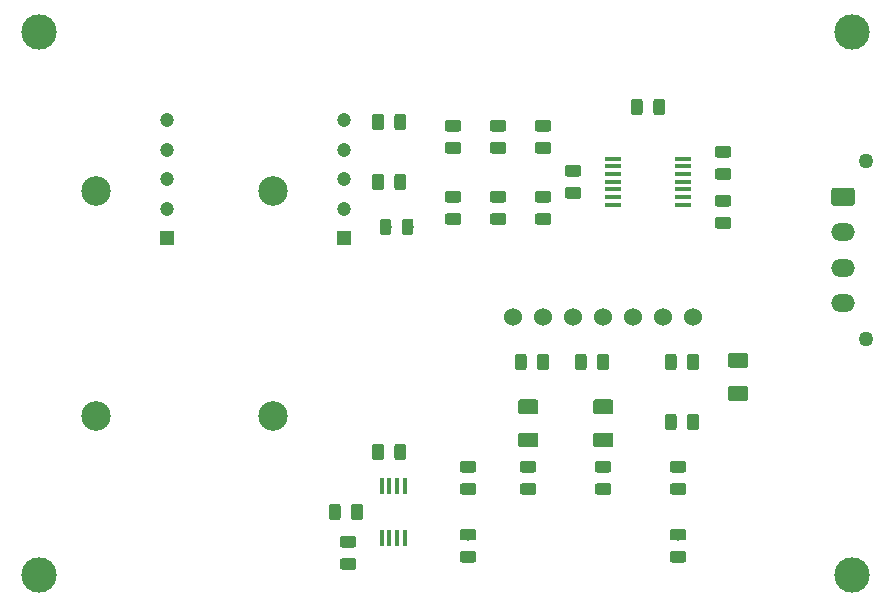
<source format=gbr>
G04 #@! TF.GenerationSoftware,KiCad,Pcbnew,5.1.4-e60b266~84~ubuntu19.04.1*
G04 #@! TF.CreationDate,2019-10-12T12:41:06-05:00*
G04 #@! TF.ProjectId,current sensor board,63757272-656e-4742-9073-656e736f7220,rev?*
G04 #@! TF.SameCoordinates,Original*
G04 #@! TF.FileFunction,Soldermask,Top*
G04 #@! TF.FilePolarity,Negative*
%FSLAX46Y46*%
G04 Gerber Fmt 4.6, Leading zero omitted, Abs format (unit mm)*
G04 Created by KiCad (PCBNEW 5.1.4-e60b266~84~ubuntu19.04.1) date 2019-10-12 12:41:06*
%MOMM*%
%LPD*%
G04 APERTURE LIST*
%ADD10C,3.000000*%
%ADD11R,0.450000X1.450000*%
%ADD12C,1.524000*%
%ADD13C,0.100000*%
%ADD14C,0.975000*%
%ADD15O,2.020000X1.500000*%
%ADD16C,1.500000*%
%ADD17C,1.270000*%
%ADD18C,1.250000*%
%ADD19C,2.500000*%
%ADD20C,1.200000*%
%ADD21R,1.200000X1.200000*%
%ADD22R,1.450000X0.450000*%
G04 APERTURE END LIST*
D10*
X154432000Y-62230000D03*
X154432000Y-108204000D03*
X85598000Y-108204000D03*
X85598000Y-62230000D03*
D11*
X116545000Y-100670000D03*
X115895000Y-100670000D03*
X115245000Y-100670000D03*
X114595000Y-100670000D03*
X114595000Y-105070000D03*
X115245000Y-105070000D03*
X115895000Y-105070000D03*
X116545000Y-105070000D03*
D12*
X140970000Y-86360000D03*
X138430000Y-86360000D03*
X135890000Y-86360000D03*
X133350000Y-86360000D03*
X130810000Y-86360000D03*
X128270000Y-86360000D03*
X125730000Y-86360000D03*
D13*
G36*
X141237642Y-89471174D02*
G01*
X141261303Y-89474684D01*
X141284507Y-89480496D01*
X141307029Y-89488554D01*
X141328653Y-89498782D01*
X141349170Y-89511079D01*
X141368383Y-89525329D01*
X141386107Y-89541393D01*
X141402171Y-89559117D01*
X141416421Y-89578330D01*
X141428718Y-89598847D01*
X141438946Y-89620471D01*
X141447004Y-89642993D01*
X141452816Y-89666197D01*
X141456326Y-89689858D01*
X141457500Y-89713750D01*
X141457500Y-90626250D01*
X141456326Y-90650142D01*
X141452816Y-90673803D01*
X141447004Y-90697007D01*
X141438946Y-90719529D01*
X141428718Y-90741153D01*
X141416421Y-90761670D01*
X141402171Y-90780883D01*
X141386107Y-90798607D01*
X141368383Y-90814671D01*
X141349170Y-90828921D01*
X141328653Y-90841218D01*
X141307029Y-90851446D01*
X141284507Y-90859504D01*
X141261303Y-90865316D01*
X141237642Y-90868826D01*
X141213750Y-90870000D01*
X140726250Y-90870000D01*
X140702358Y-90868826D01*
X140678697Y-90865316D01*
X140655493Y-90859504D01*
X140632971Y-90851446D01*
X140611347Y-90841218D01*
X140590830Y-90828921D01*
X140571617Y-90814671D01*
X140553893Y-90798607D01*
X140537829Y-90780883D01*
X140523579Y-90761670D01*
X140511282Y-90741153D01*
X140501054Y-90719529D01*
X140492996Y-90697007D01*
X140487184Y-90673803D01*
X140483674Y-90650142D01*
X140482500Y-90626250D01*
X140482500Y-89713750D01*
X140483674Y-89689858D01*
X140487184Y-89666197D01*
X140492996Y-89642993D01*
X140501054Y-89620471D01*
X140511282Y-89598847D01*
X140523579Y-89578330D01*
X140537829Y-89559117D01*
X140553893Y-89541393D01*
X140571617Y-89525329D01*
X140590830Y-89511079D01*
X140611347Y-89498782D01*
X140632971Y-89488554D01*
X140655493Y-89480496D01*
X140678697Y-89474684D01*
X140702358Y-89471174D01*
X140726250Y-89470000D01*
X141213750Y-89470000D01*
X141237642Y-89471174D01*
X141237642Y-89471174D01*
G37*
D14*
X140970000Y-90170000D03*
D13*
G36*
X139362642Y-89471174D02*
G01*
X139386303Y-89474684D01*
X139409507Y-89480496D01*
X139432029Y-89488554D01*
X139453653Y-89498782D01*
X139474170Y-89511079D01*
X139493383Y-89525329D01*
X139511107Y-89541393D01*
X139527171Y-89559117D01*
X139541421Y-89578330D01*
X139553718Y-89598847D01*
X139563946Y-89620471D01*
X139572004Y-89642993D01*
X139577816Y-89666197D01*
X139581326Y-89689858D01*
X139582500Y-89713750D01*
X139582500Y-90626250D01*
X139581326Y-90650142D01*
X139577816Y-90673803D01*
X139572004Y-90697007D01*
X139563946Y-90719529D01*
X139553718Y-90741153D01*
X139541421Y-90761670D01*
X139527171Y-90780883D01*
X139511107Y-90798607D01*
X139493383Y-90814671D01*
X139474170Y-90828921D01*
X139453653Y-90841218D01*
X139432029Y-90851446D01*
X139409507Y-90859504D01*
X139386303Y-90865316D01*
X139362642Y-90868826D01*
X139338750Y-90870000D01*
X138851250Y-90870000D01*
X138827358Y-90868826D01*
X138803697Y-90865316D01*
X138780493Y-90859504D01*
X138757971Y-90851446D01*
X138736347Y-90841218D01*
X138715830Y-90828921D01*
X138696617Y-90814671D01*
X138678893Y-90798607D01*
X138662829Y-90780883D01*
X138648579Y-90761670D01*
X138636282Y-90741153D01*
X138626054Y-90719529D01*
X138617996Y-90697007D01*
X138612184Y-90673803D01*
X138608674Y-90650142D01*
X138607500Y-90626250D01*
X138607500Y-89713750D01*
X138608674Y-89689858D01*
X138612184Y-89666197D01*
X138617996Y-89642993D01*
X138626054Y-89620471D01*
X138636282Y-89598847D01*
X138648579Y-89578330D01*
X138662829Y-89559117D01*
X138678893Y-89541393D01*
X138696617Y-89525329D01*
X138715830Y-89511079D01*
X138736347Y-89498782D01*
X138757971Y-89488554D01*
X138780493Y-89480496D01*
X138803697Y-89474684D01*
X138827358Y-89471174D01*
X138851250Y-89470000D01*
X139338750Y-89470000D01*
X139362642Y-89471174D01*
X139362642Y-89471174D01*
G37*
D14*
X139095000Y-90170000D03*
D13*
G36*
X110914642Y-102171174D02*
G01*
X110938303Y-102174684D01*
X110961507Y-102180496D01*
X110984029Y-102188554D01*
X111005653Y-102198782D01*
X111026170Y-102211079D01*
X111045383Y-102225329D01*
X111063107Y-102241393D01*
X111079171Y-102259117D01*
X111093421Y-102278330D01*
X111105718Y-102298847D01*
X111115946Y-102320471D01*
X111124004Y-102342993D01*
X111129816Y-102366197D01*
X111133326Y-102389858D01*
X111134500Y-102413750D01*
X111134500Y-103326250D01*
X111133326Y-103350142D01*
X111129816Y-103373803D01*
X111124004Y-103397007D01*
X111115946Y-103419529D01*
X111105718Y-103441153D01*
X111093421Y-103461670D01*
X111079171Y-103480883D01*
X111063107Y-103498607D01*
X111045383Y-103514671D01*
X111026170Y-103528921D01*
X111005653Y-103541218D01*
X110984029Y-103551446D01*
X110961507Y-103559504D01*
X110938303Y-103565316D01*
X110914642Y-103568826D01*
X110890750Y-103570000D01*
X110403250Y-103570000D01*
X110379358Y-103568826D01*
X110355697Y-103565316D01*
X110332493Y-103559504D01*
X110309971Y-103551446D01*
X110288347Y-103541218D01*
X110267830Y-103528921D01*
X110248617Y-103514671D01*
X110230893Y-103498607D01*
X110214829Y-103480883D01*
X110200579Y-103461670D01*
X110188282Y-103441153D01*
X110178054Y-103419529D01*
X110169996Y-103397007D01*
X110164184Y-103373803D01*
X110160674Y-103350142D01*
X110159500Y-103326250D01*
X110159500Y-102413750D01*
X110160674Y-102389858D01*
X110164184Y-102366197D01*
X110169996Y-102342993D01*
X110178054Y-102320471D01*
X110188282Y-102298847D01*
X110200579Y-102278330D01*
X110214829Y-102259117D01*
X110230893Y-102241393D01*
X110248617Y-102225329D01*
X110267830Y-102211079D01*
X110288347Y-102198782D01*
X110309971Y-102188554D01*
X110332493Y-102180496D01*
X110355697Y-102174684D01*
X110379358Y-102171174D01*
X110403250Y-102170000D01*
X110890750Y-102170000D01*
X110914642Y-102171174D01*
X110914642Y-102171174D01*
G37*
D14*
X110647000Y-102870000D03*
D13*
G36*
X112789642Y-102171174D02*
G01*
X112813303Y-102174684D01*
X112836507Y-102180496D01*
X112859029Y-102188554D01*
X112880653Y-102198782D01*
X112901170Y-102211079D01*
X112920383Y-102225329D01*
X112938107Y-102241393D01*
X112954171Y-102259117D01*
X112968421Y-102278330D01*
X112980718Y-102298847D01*
X112990946Y-102320471D01*
X112999004Y-102342993D01*
X113004816Y-102366197D01*
X113008326Y-102389858D01*
X113009500Y-102413750D01*
X113009500Y-103326250D01*
X113008326Y-103350142D01*
X113004816Y-103373803D01*
X112999004Y-103397007D01*
X112990946Y-103419529D01*
X112980718Y-103441153D01*
X112968421Y-103461670D01*
X112954171Y-103480883D01*
X112938107Y-103498607D01*
X112920383Y-103514671D01*
X112901170Y-103528921D01*
X112880653Y-103541218D01*
X112859029Y-103551446D01*
X112836507Y-103559504D01*
X112813303Y-103565316D01*
X112789642Y-103568826D01*
X112765750Y-103570000D01*
X112278250Y-103570000D01*
X112254358Y-103568826D01*
X112230697Y-103565316D01*
X112207493Y-103559504D01*
X112184971Y-103551446D01*
X112163347Y-103541218D01*
X112142830Y-103528921D01*
X112123617Y-103514671D01*
X112105893Y-103498607D01*
X112089829Y-103480883D01*
X112075579Y-103461670D01*
X112063282Y-103441153D01*
X112053054Y-103419529D01*
X112044996Y-103397007D01*
X112039184Y-103373803D01*
X112035674Y-103350142D01*
X112034500Y-103326250D01*
X112034500Y-102413750D01*
X112035674Y-102389858D01*
X112039184Y-102366197D01*
X112044996Y-102342993D01*
X112053054Y-102320471D01*
X112063282Y-102298847D01*
X112075579Y-102278330D01*
X112089829Y-102259117D01*
X112105893Y-102241393D01*
X112123617Y-102225329D01*
X112142830Y-102211079D01*
X112163347Y-102198782D01*
X112184971Y-102188554D01*
X112207493Y-102180496D01*
X112230697Y-102174684D01*
X112254358Y-102171174D01*
X112278250Y-102170000D01*
X112765750Y-102170000D01*
X112789642Y-102171174D01*
X112789642Y-102171174D01*
G37*
D14*
X112522000Y-102870000D03*
D13*
G36*
X112240142Y-106798674D02*
G01*
X112263803Y-106802184D01*
X112287007Y-106807996D01*
X112309529Y-106816054D01*
X112331153Y-106826282D01*
X112351670Y-106838579D01*
X112370883Y-106852829D01*
X112388607Y-106868893D01*
X112404671Y-106886617D01*
X112418921Y-106905830D01*
X112431218Y-106926347D01*
X112441446Y-106947971D01*
X112449504Y-106970493D01*
X112455316Y-106993697D01*
X112458826Y-107017358D01*
X112460000Y-107041250D01*
X112460000Y-107528750D01*
X112458826Y-107552642D01*
X112455316Y-107576303D01*
X112449504Y-107599507D01*
X112441446Y-107622029D01*
X112431218Y-107643653D01*
X112418921Y-107664170D01*
X112404671Y-107683383D01*
X112388607Y-107701107D01*
X112370883Y-107717171D01*
X112351670Y-107731421D01*
X112331153Y-107743718D01*
X112309529Y-107753946D01*
X112287007Y-107762004D01*
X112263803Y-107767816D01*
X112240142Y-107771326D01*
X112216250Y-107772500D01*
X111303750Y-107772500D01*
X111279858Y-107771326D01*
X111256197Y-107767816D01*
X111232993Y-107762004D01*
X111210471Y-107753946D01*
X111188847Y-107743718D01*
X111168330Y-107731421D01*
X111149117Y-107717171D01*
X111131393Y-107701107D01*
X111115329Y-107683383D01*
X111101079Y-107664170D01*
X111088782Y-107643653D01*
X111078554Y-107622029D01*
X111070496Y-107599507D01*
X111064684Y-107576303D01*
X111061174Y-107552642D01*
X111060000Y-107528750D01*
X111060000Y-107041250D01*
X111061174Y-107017358D01*
X111064684Y-106993697D01*
X111070496Y-106970493D01*
X111078554Y-106947971D01*
X111088782Y-106926347D01*
X111101079Y-106905830D01*
X111115329Y-106886617D01*
X111131393Y-106868893D01*
X111149117Y-106852829D01*
X111168330Y-106838579D01*
X111188847Y-106826282D01*
X111210471Y-106816054D01*
X111232993Y-106807996D01*
X111256197Y-106802184D01*
X111279858Y-106798674D01*
X111303750Y-106797500D01*
X112216250Y-106797500D01*
X112240142Y-106798674D01*
X112240142Y-106798674D01*
G37*
D14*
X111760000Y-107285000D03*
D13*
G36*
X112240142Y-104923674D02*
G01*
X112263803Y-104927184D01*
X112287007Y-104932996D01*
X112309529Y-104941054D01*
X112331153Y-104951282D01*
X112351670Y-104963579D01*
X112370883Y-104977829D01*
X112388607Y-104993893D01*
X112404671Y-105011617D01*
X112418921Y-105030830D01*
X112431218Y-105051347D01*
X112441446Y-105072971D01*
X112449504Y-105095493D01*
X112455316Y-105118697D01*
X112458826Y-105142358D01*
X112460000Y-105166250D01*
X112460000Y-105653750D01*
X112458826Y-105677642D01*
X112455316Y-105701303D01*
X112449504Y-105724507D01*
X112441446Y-105747029D01*
X112431218Y-105768653D01*
X112418921Y-105789170D01*
X112404671Y-105808383D01*
X112388607Y-105826107D01*
X112370883Y-105842171D01*
X112351670Y-105856421D01*
X112331153Y-105868718D01*
X112309529Y-105878946D01*
X112287007Y-105887004D01*
X112263803Y-105892816D01*
X112240142Y-105896326D01*
X112216250Y-105897500D01*
X111303750Y-105897500D01*
X111279858Y-105896326D01*
X111256197Y-105892816D01*
X111232993Y-105887004D01*
X111210471Y-105878946D01*
X111188847Y-105868718D01*
X111168330Y-105856421D01*
X111149117Y-105842171D01*
X111131393Y-105826107D01*
X111115329Y-105808383D01*
X111101079Y-105789170D01*
X111088782Y-105768653D01*
X111078554Y-105747029D01*
X111070496Y-105724507D01*
X111064684Y-105701303D01*
X111061174Y-105677642D01*
X111060000Y-105653750D01*
X111060000Y-105166250D01*
X111061174Y-105142358D01*
X111064684Y-105118697D01*
X111070496Y-105095493D01*
X111078554Y-105072971D01*
X111088782Y-105051347D01*
X111101079Y-105030830D01*
X111115329Y-105011617D01*
X111131393Y-104993893D01*
X111149117Y-104977829D01*
X111168330Y-104963579D01*
X111188847Y-104951282D01*
X111210471Y-104941054D01*
X111232993Y-104932996D01*
X111256197Y-104927184D01*
X111279858Y-104923674D01*
X111303750Y-104922500D01*
X112216250Y-104922500D01*
X112240142Y-104923674D01*
X112240142Y-104923674D01*
G37*
D14*
X111760000Y-105410000D03*
D13*
G36*
X141237642Y-94551174D02*
G01*
X141261303Y-94554684D01*
X141284507Y-94560496D01*
X141307029Y-94568554D01*
X141328653Y-94578782D01*
X141349170Y-94591079D01*
X141368383Y-94605329D01*
X141386107Y-94621393D01*
X141402171Y-94639117D01*
X141416421Y-94658330D01*
X141428718Y-94678847D01*
X141438946Y-94700471D01*
X141447004Y-94722993D01*
X141452816Y-94746197D01*
X141456326Y-94769858D01*
X141457500Y-94793750D01*
X141457500Y-95706250D01*
X141456326Y-95730142D01*
X141452816Y-95753803D01*
X141447004Y-95777007D01*
X141438946Y-95799529D01*
X141428718Y-95821153D01*
X141416421Y-95841670D01*
X141402171Y-95860883D01*
X141386107Y-95878607D01*
X141368383Y-95894671D01*
X141349170Y-95908921D01*
X141328653Y-95921218D01*
X141307029Y-95931446D01*
X141284507Y-95939504D01*
X141261303Y-95945316D01*
X141237642Y-95948826D01*
X141213750Y-95950000D01*
X140726250Y-95950000D01*
X140702358Y-95948826D01*
X140678697Y-95945316D01*
X140655493Y-95939504D01*
X140632971Y-95931446D01*
X140611347Y-95921218D01*
X140590830Y-95908921D01*
X140571617Y-95894671D01*
X140553893Y-95878607D01*
X140537829Y-95860883D01*
X140523579Y-95841670D01*
X140511282Y-95821153D01*
X140501054Y-95799529D01*
X140492996Y-95777007D01*
X140487184Y-95753803D01*
X140483674Y-95730142D01*
X140482500Y-95706250D01*
X140482500Y-94793750D01*
X140483674Y-94769858D01*
X140487184Y-94746197D01*
X140492996Y-94722993D01*
X140501054Y-94700471D01*
X140511282Y-94678847D01*
X140523579Y-94658330D01*
X140537829Y-94639117D01*
X140553893Y-94621393D01*
X140571617Y-94605329D01*
X140590830Y-94591079D01*
X140611347Y-94578782D01*
X140632971Y-94568554D01*
X140655493Y-94560496D01*
X140678697Y-94554684D01*
X140702358Y-94551174D01*
X140726250Y-94550000D01*
X141213750Y-94550000D01*
X141237642Y-94551174D01*
X141237642Y-94551174D01*
G37*
D14*
X140970000Y-95250000D03*
D13*
G36*
X139362642Y-94551174D02*
G01*
X139386303Y-94554684D01*
X139409507Y-94560496D01*
X139432029Y-94568554D01*
X139453653Y-94578782D01*
X139474170Y-94591079D01*
X139493383Y-94605329D01*
X139511107Y-94621393D01*
X139527171Y-94639117D01*
X139541421Y-94658330D01*
X139553718Y-94678847D01*
X139563946Y-94700471D01*
X139572004Y-94722993D01*
X139577816Y-94746197D01*
X139581326Y-94769858D01*
X139582500Y-94793750D01*
X139582500Y-95706250D01*
X139581326Y-95730142D01*
X139577816Y-95753803D01*
X139572004Y-95777007D01*
X139563946Y-95799529D01*
X139553718Y-95821153D01*
X139541421Y-95841670D01*
X139527171Y-95860883D01*
X139511107Y-95878607D01*
X139493383Y-95894671D01*
X139474170Y-95908921D01*
X139453653Y-95921218D01*
X139432029Y-95931446D01*
X139409507Y-95939504D01*
X139386303Y-95945316D01*
X139362642Y-95948826D01*
X139338750Y-95950000D01*
X138851250Y-95950000D01*
X138827358Y-95948826D01*
X138803697Y-95945316D01*
X138780493Y-95939504D01*
X138757971Y-95931446D01*
X138736347Y-95921218D01*
X138715830Y-95908921D01*
X138696617Y-95894671D01*
X138678893Y-95878607D01*
X138662829Y-95860883D01*
X138648579Y-95841670D01*
X138636282Y-95821153D01*
X138626054Y-95799529D01*
X138617996Y-95777007D01*
X138612184Y-95753803D01*
X138608674Y-95730142D01*
X138607500Y-95706250D01*
X138607500Y-94793750D01*
X138608674Y-94769858D01*
X138612184Y-94746197D01*
X138617996Y-94722993D01*
X138626054Y-94700471D01*
X138636282Y-94678847D01*
X138648579Y-94658330D01*
X138662829Y-94639117D01*
X138678893Y-94621393D01*
X138696617Y-94605329D01*
X138715830Y-94591079D01*
X138736347Y-94578782D01*
X138757971Y-94568554D01*
X138780493Y-94560496D01*
X138803697Y-94554684D01*
X138827358Y-94551174D01*
X138851250Y-94550000D01*
X139338750Y-94550000D01*
X139362642Y-94551174D01*
X139362642Y-94551174D01*
G37*
D14*
X139095000Y-95250000D03*
D13*
G36*
X133617642Y-89471174D02*
G01*
X133641303Y-89474684D01*
X133664507Y-89480496D01*
X133687029Y-89488554D01*
X133708653Y-89498782D01*
X133729170Y-89511079D01*
X133748383Y-89525329D01*
X133766107Y-89541393D01*
X133782171Y-89559117D01*
X133796421Y-89578330D01*
X133808718Y-89598847D01*
X133818946Y-89620471D01*
X133827004Y-89642993D01*
X133832816Y-89666197D01*
X133836326Y-89689858D01*
X133837500Y-89713750D01*
X133837500Y-90626250D01*
X133836326Y-90650142D01*
X133832816Y-90673803D01*
X133827004Y-90697007D01*
X133818946Y-90719529D01*
X133808718Y-90741153D01*
X133796421Y-90761670D01*
X133782171Y-90780883D01*
X133766107Y-90798607D01*
X133748383Y-90814671D01*
X133729170Y-90828921D01*
X133708653Y-90841218D01*
X133687029Y-90851446D01*
X133664507Y-90859504D01*
X133641303Y-90865316D01*
X133617642Y-90868826D01*
X133593750Y-90870000D01*
X133106250Y-90870000D01*
X133082358Y-90868826D01*
X133058697Y-90865316D01*
X133035493Y-90859504D01*
X133012971Y-90851446D01*
X132991347Y-90841218D01*
X132970830Y-90828921D01*
X132951617Y-90814671D01*
X132933893Y-90798607D01*
X132917829Y-90780883D01*
X132903579Y-90761670D01*
X132891282Y-90741153D01*
X132881054Y-90719529D01*
X132872996Y-90697007D01*
X132867184Y-90673803D01*
X132863674Y-90650142D01*
X132862500Y-90626250D01*
X132862500Y-89713750D01*
X132863674Y-89689858D01*
X132867184Y-89666197D01*
X132872996Y-89642993D01*
X132881054Y-89620471D01*
X132891282Y-89598847D01*
X132903579Y-89578330D01*
X132917829Y-89559117D01*
X132933893Y-89541393D01*
X132951617Y-89525329D01*
X132970830Y-89511079D01*
X132991347Y-89498782D01*
X133012971Y-89488554D01*
X133035493Y-89480496D01*
X133058697Y-89474684D01*
X133082358Y-89471174D01*
X133106250Y-89470000D01*
X133593750Y-89470000D01*
X133617642Y-89471174D01*
X133617642Y-89471174D01*
G37*
D14*
X133350000Y-90170000D03*
D13*
G36*
X131742642Y-89471174D02*
G01*
X131766303Y-89474684D01*
X131789507Y-89480496D01*
X131812029Y-89488554D01*
X131833653Y-89498782D01*
X131854170Y-89511079D01*
X131873383Y-89525329D01*
X131891107Y-89541393D01*
X131907171Y-89559117D01*
X131921421Y-89578330D01*
X131933718Y-89598847D01*
X131943946Y-89620471D01*
X131952004Y-89642993D01*
X131957816Y-89666197D01*
X131961326Y-89689858D01*
X131962500Y-89713750D01*
X131962500Y-90626250D01*
X131961326Y-90650142D01*
X131957816Y-90673803D01*
X131952004Y-90697007D01*
X131943946Y-90719529D01*
X131933718Y-90741153D01*
X131921421Y-90761670D01*
X131907171Y-90780883D01*
X131891107Y-90798607D01*
X131873383Y-90814671D01*
X131854170Y-90828921D01*
X131833653Y-90841218D01*
X131812029Y-90851446D01*
X131789507Y-90859504D01*
X131766303Y-90865316D01*
X131742642Y-90868826D01*
X131718750Y-90870000D01*
X131231250Y-90870000D01*
X131207358Y-90868826D01*
X131183697Y-90865316D01*
X131160493Y-90859504D01*
X131137971Y-90851446D01*
X131116347Y-90841218D01*
X131095830Y-90828921D01*
X131076617Y-90814671D01*
X131058893Y-90798607D01*
X131042829Y-90780883D01*
X131028579Y-90761670D01*
X131016282Y-90741153D01*
X131006054Y-90719529D01*
X130997996Y-90697007D01*
X130992184Y-90673803D01*
X130988674Y-90650142D01*
X130987500Y-90626250D01*
X130987500Y-89713750D01*
X130988674Y-89689858D01*
X130992184Y-89666197D01*
X130997996Y-89642993D01*
X131006054Y-89620471D01*
X131016282Y-89598847D01*
X131028579Y-89578330D01*
X131042829Y-89559117D01*
X131058893Y-89541393D01*
X131076617Y-89525329D01*
X131095830Y-89511079D01*
X131116347Y-89498782D01*
X131137971Y-89488554D01*
X131160493Y-89480496D01*
X131183697Y-89474684D01*
X131207358Y-89471174D01*
X131231250Y-89470000D01*
X131718750Y-89470000D01*
X131742642Y-89471174D01*
X131742642Y-89471174D01*
G37*
D14*
X131475000Y-90170000D03*
D13*
G36*
X126662642Y-89471174D02*
G01*
X126686303Y-89474684D01*
X126709507Y-89480496D01*
X126732029Y-89488554D01*
X126753653Y-89498782D01*
X126774170Y-89511079D01*
X126793383Y-89525329D01*
X126811107Y-89541393D01*
X126827171Y-89559117D01*
X126841421Y-89578330D01*
X126853718Y-89598847D01*
X126863946Y-89620471D01*
X126872004Y-89642993D01*
X126877816Y-89666197D01*
X126881326Y-89689858D01*
X126882500Y-89713750D01*
X126882500Y-90626250D01*
X126881326Y-90650142D01*
X126877816Y-90673803D01*
X126872004Y-90697007D01*
X126863946Y-90719529D01*
X126853718Y-90741153D01*
X126841421Y-90761670D01*
X126827171Y-90780883D01*
X126811107Y-90798607D01*
X126793383Y-90814671D01*
X126774170Y-90828921D01*
X126753653Y-90841218D01*
X126732029Y-90851446D01*
X126709507Y-90859504D01*
X126686303Y-90865316D01*
X126662642Y-90868826D01*
X126638750Y-90870000D01*
X126151250Y-90870000D01*
X126127358Y-90868826D01*
X126103697Y-90865316D01*
X126080493Y-90859504D01*
X126057971Y-90851446D01*
X126036347Y-90841218D01*
X126015830Y-90828921D01*
X125996617Y-90814671D01*
X125978893Y-90798607D01*
X125962829Y-90780883D01*
X125948579Y-90761670D01*
X125936282Y-90741153D01*
X125926054Y-90719529D01*
X125917996Y-90697007D01*
X125912184Y-90673803D01*
X125908674Y-90650142D01*
X125907500Y-90626250D01*
X125907500Y-89713750D01*
X125908674Y-89689858D01*
X125912184Y-89666197D01*
X125917996Y-89642993D01*
X125926054Y-89620471D01*
X125936282Y-89598847D01*
X125948579Y-89578330D01*
X125962829Y-89559117D01*
X125978893Y-89541393D01*
X125996617Y-89525329D01*
X126015830Y-89511079D01*
X126036347Y-89498782D01*
X126057971Y-89488554D01*
X126080493Y-89480496D01*
X126103697Y-89474684D01*
X126127358Y-89471174D01*
X126151250Y-89470000D01*
X126638750Y-89470000D01*
X126662642Y-89471174D01*
X126662642Y-89471174D01*
G37*
D14*
X126395000Y-90170000D03*
D13*
G36*
X128537642Y-89471174D02*
G01*
X128561303Y-89474684D01*
X128584507Y-89480496D01*
X128607029Y-89488554D01*
X128628653Y-89498782D01*
X128649170Y-89511079D01*
X128668383Y-89525329D01*
X128686107Y-89541393D01*
X128702171Y-89559117D01*
X128716421Y-89578330D01*
X128728718Y-89598847D01*
X128738946Y-89620471D01*
X128747004Y-89642993D01*
X128752816Y-89666197D01*
X128756326Y-89689858D01*
X128757500Y-89713750D01*
X128757500Y-90626250D01*
X128756326Y-90650142D01*
X128752816Y-90673803D01*
X128747004Y-90697007D01*
X128738946Y-90719529D01*
X128728718Y-90741153D01*
X128716421Y-90761670D01*
X128702171Y-90780883D01*
X128686107Y-90798607D01*
X128668383Y-90814671D01*
X128649170Y-90828921D01*
X128628653Y-90841218D01*
X128607029Y-90851446D01*
X128584507Y-90859504D01*
X128561303Y-90865316D01*
X128537642Y-90868826D01*
X128513750Y-90870000D01*
X128026250Y-90870000D01*
X128002358Y-90868826D01*
X127978697Y-90865316D01*
X127955493Y-90859504D01*
X127932971Y-90851446D01*
X127911347Y-90841218D01*
X127890830Y-90828921D01*
X127871617Y-90814671D01*
X127853893Y-90798607D01*
X127837829Y-90780883D01*
X127823579Y-90761670D01*
X127811282Y-90741153D01*
X127801054Y-90719529D01*
X127792996Y-90697007D01*
X127787184Y-90673803D01*
X127783674Y-90650142D01*
X127782500Y-90626250D01*
X127782500Y-89713750D01*
X127783674Y-89689858D01*
X127787184Y-89666197D01*
X127792996Y-89642993D01*
X127801054Y-89620471D01*
X127811282Y-89598847D01*
X127823579Y-89578330D01*
X127837829Y-89559117D01*
X127853893Y-89541393D01*
X127871617Y-89525329D01*
X127890830Y-89511079D01*
X127911347Y-89498782D01*
X127932971Y-89488554D01*
X127955493Y-89480496D01*
X127978697Y-89474684D01*
X128002358Y-89471174D01*
X128026250Y-89470000D01*
X128513750Y-89470000D01*
X128537642Y-89471174D01*
X128537642Y-89471174D01*
G37*
D14*
X128270000Y-90170000D03*
D13*
G36*
X116442642Y-97091174D02*
G01*
X116466303Y-97094684D01*
X116489507Y-97100496D01*
X116512029Y-97108554D01*
X116533653Y-97118782D01*
X116554170Y-97131079D01*
X116573383Y-97145329D01*
X116591107Y-97161393D01*
X116607171Y-97179117D01*
X116621421Y-97198330D01*
X116633718Y-97218847D01*
X116643946Y-97240471D01*
X116652004Y-97262993D01*
X116657816Y-97286197D01*
X116661326Y-97309858D01*
X116662500Y-97333750D01*
X116662500Y-98246250D01*
X116661326Y-98270142D01*
X116657816Y-98293803D01*
X116652004Y-98317007D01*
X116643946Y-98339529D01*
X116633718Y-98361153D01*
X116621421Y-98381670D01*
X116607171Y-98400883D01*
X116591107Y-98418607D01*
X116573383Y-98434671D01*
X116554170Y-98448921D01*
X116533653Y-98461218D01*
X116512029Y-98471446D01*
X116489507Y-98479504D01*
X116466303Y-98485316D01*
X116442642Y-98488826D01*
X116418750Y-98490000D01*
X115931250Y-98490000D01*
X115907358Y-98488826D01*
X115883697Y-98485316D01*
X115860493Y-98479504D01*
X115837971Y-98471446D01*
X115816347Y-98461218D01*
X115795830Y-98448921D01*
X115776617Y-98434671D01*
X115758893Y-98418607D01*
X115742829Y-98400883D01*
X115728579Y-98381670D01*
X115716282Y-98361153D01*
X115706054Y-98339529D01*
X115697996Y-98317007D01*
X115692184Y-98293803D01*
X115688674Y-98270142D01*
X115687500Y-98246250D01*
X115687500Y-97333750D01*
X115688674Y-97309858D01*
X115692184Y-97286197D01*
X115697996Y-97262993D01*
X115706054Y-97240471D01*
X115716282Y-97218847D01*
X115728579Y-97198330D01*
X115742829Y-97179117D01*
X115758893Y-97161393D01*
X115776617Y-97145329D01*
X115795830Y-97131079D01*
X115816347Y-97118782D01*
X115837971Y-97108554D01*
X115860493Y-97100496D01*
X115883697Y-97094684D01*
X115907358Y-97091174D01*
X115931250Y-97090000D01*
X116418750Y-97090000D01*
X116442642Y-97091174D01*
X116442642Y-97091174D01*
G37*
D14*
X116175000Y-97790000D03*
D13*
G36*
X114567642Y-97091174D02*
G01*
X114591303Y-97094684D01*
X114614507Y-97100496D01*
X114637029Y-97108554D01*
X114658653Y-97118782D01*
X114679170Y-97131079D01*
X114698383Y-97145329D01*
X114716107Y-97161393D01*
X114732171Y-97179117D01*
X114746421Y-97198330D01*
X114758718Y-97218847D01*
X114768946Y-97240471D01*
X114777004Y-97262993D01*
X114782816Y-97286197D01*
X114786326Y-97309858D01*
X114787500Y-97333750D01*
X114787500Y-98246250D01*
X114786326Y-98270142D01*
X114782816Y-98293803D01*
X114777004Y-98317007D01*
X114768946Y-98339529D01*
X114758718Y-98361153D01*
X114746421Y-98381670D01*
X114732171Y-98400883D01*
X114716107Y-98418607D01*
X114698383Y-98434671D01*
X114679170Y-98448921D01*
X114658653Y-98461218D01*
X114637029Y-98471446D01*
X114614507Y-98479504D01*
X114591303Y-98485316D01*
X114567642Y-98488826D01*
X114543750Y-98490000D01*
X114056250Y-98490000D01*
X114032358Y-98488826D01*
X114008697Y-98485316D01*
X113985493Y-98479504D01*
X113962971Y-98471446D01*
X113941347Y-98461218D01*
X113920830Y-98448921D01*
X113901617Y-98434671D01*
X113883893Y-98418607D01*
X113867829Y-98400883D01*
X113853579Y-98381670D01*
X113841282Y-98361153D01*
X113831054Y-98339529D01*
X113822996Y-98317007D01*
X113817184Y-98293803D01*
X113813674Y-98270142D01*
X113812500Y-98246250D01*
X113812500Y-97333750D01*
X113813674Y-97309858D01*
X113817184Y-97286197D01*
X113822996Y-97262993D01*
X113831054Y-97240471D01*
X113841282Y-97218847D01*
X113853579Y-97198330D01*
X113867829Y-97179117D01*
X113883893Y-97161393D01*
X113901617Y-97145329D01*
X113920830Y-97131079D01*
X113941347Y-97118782D01*
X113962971Y-97108554D01*
X113985493Y-97100496D01*
X114008697Y-97094684D01*
X114032358Y-97091174D01*
X114056250Y-97090000D01*
X114543750Y-97090000D01*
X114567642Y-97091174D01*
X114567642Y-97091174D01*
G37*
D14*
X114300000Y-97790000D03*
D13*
G36*
X133830142Y-98573674D02*
G01*
X133853803Y-98577184D01*
X133877007Y-98582996D01*
X133899529Y-98591054D01*
X133921153Y-98601282D01*
X133941670Y-98613579D01*
X133960883Y-98627829D01*
X133978607Y-98643893D01*
X133994671Y-98661617D01*
X134008921Y-98680830D01*
X134021218Y-98701347D01*
X134031446Y-98722971D01*
X134039504Y-98745493D01*
X134045316Y-98768697D01*
X134048826Y-98792358D01*
X134050000Y-98816250D01*
X134050000Y-99303750D01*
X134048826Y-99327642D01*
X134045316Y-99351303D01*
X134039504Y-99374507D01*
X134031446Y-99397029D01*
X134021218Y-99418653D01*
X134008921Y-99439170D01*
X133994671Y-99458383D01*
X133978607Y-99476107D01*
X133960883Y-99492171D01*
X133941670Y-99506421D01*
X133921153Y-99518718D01*
X133899529Y-99528946D01*
X133877007Y-99537004D01*
X133853803Y-99542816D01*
X133830142Y-99546326D01*
X133806250Y-99547500D01*
X132893750Y-99547500D01*
X132869858Y-99546326D01*
X132846197Y-99542816D01*
X132822993Y-99537004D01*
X132800471Y-99528946D01*
X132778847Y-99518718D01*
X132758330Y-99506421D01*
X132739117Y-99492171D01*
X132721393Y-99476107D01*
X132705329Y-99458383D01*
X132691079Y-99439170D01*
X132678782Y-99418653D01*
X132668554Y-99397029D01*
X132660496Y-99374507D01*
X132654684Y-99351303D01*
X132651174Y-99327642D01*
X132650000Y-99303750D01*
X132650000Y-98816250D01*
X132651174Y-98792358D01*
X132654684Y-98768697D01*
X132660496Y-98745493D01*
X132668554Y-98722971D01*
X132678782Y-98701347D01*
X132691079Y-98680830D01*
X132705329Y-98661617D01*
X132721393Y-98643893D01*
X132739117Y-98627829D01*
X132758330Y-98613579D01*
X132778847Y-98601282D01*
X132800471Y-98591054D01*
X132822993Y-98582996D01*
X132846197Y-98577184D01*
X132869858Y-98573674D01*
X132893750Y-98572500D01*
X133806250Y-98572500D01*
X133830142Y-98573674D01*
X133830142Y-98573674D01*
G37*
D14*
X133350000Y-99060000D03*
D13*
G36*
X133830142Y-100448674D02*
G01*
X133853803Y-100452184D01*
X133877007Y-100457996D01*
X133899529Y-100466054D01*
X133921153Y-100476282D01*
X133941670Y-100488579D01*
X133960883Y-100502829D01*
X133978607Y-100518893D01*
X133994671Y-100536617D01*
X134008921Y-100555830D01*
X134021218Y-100576347D01*
X134031446Y-100597971D01*
X134039504Y-100620493D01*
X134045316Y-100643697D01*
X134048826Y-100667358D01*
X134050000Y-100691250D01*
X134050000Y-101178750D01*
X134048826Y-101202642D01*
X134045316Y-101226303D01*
X134039504Y-101249507D01*
X134031446Y-101272029D01*
X134021218Y-101293653D01*
X134008921Y-101314170D01*
X133994671Y-101333383D01*
X133978607Y-101351107D01*
X133960883Y-101367171D01*
X133941670Y-101381421D01*
X133921153Y-101393718D01*
X133899529Y-101403946D01*
X133877007Y-101412004D01*
X133853803Y-101417816D01*
X133830142Y-101421326D01*
X133806250Y-101422500D01*
X132893750Y-101422500D01*
X132869858Y-101421326D01*
X132846197Y-101417816D01*
X132822993Y-101412004D01*
X132800471Y-101403946D01*
X132778847Y-101393718D01*
X132758330Y-101381421D01*
X132739117Y-101367171D01*
X132721393Y-101351107D01*
X132705329Y-101333383D01*
X132691079Y-101314170D01*
X132678782Y-101293653D01*
X132668554Y-101272029D01*
X132660496Y-101249507D01*
X132654684Y-101226303D01*
X132651174Y-101202642D01*
X132650000Y-101178750D01*
X132650000Y-100691250D01*
X132651174Y-100667358D01*
X132654684Y-100643697D01*
X132660496Y-100620493D01*
X132668554Y-100597971D01*
X132678782Y-100576347D01*
X132691079Y-100555830D01*
X132705329Y-100536617D01*
X132721393Y-100518893D01*
X132739117Y-100502829D01*
X132758330Y-100488579D01*
X132778847Y-100476282D01*
X132800471Y-100466054D01*
X132822993Y-100457996D01*
X132846197Y-100452184D01*
X132869858Y-100448674D01*
X132893750Y-100447500D01*
X133806250Y-100447500D01*
X133830142Y-100448674D01*
X133830142Y-100448674D01*
G37*
D14*
X133350000Y-100935000D03*
D13*
G36*
X127480142Y-100448674D02*
G01*
X127503803Y-100452184D01*
X127527007Y-100457996D01*
X127549529Y-100466054D01*
X127571153Y-100476282D01*
X127591670Y-100488579D01*
X127610883Y-100502829D01*
X127628607Y-100518893D01*
X127644671Y-100536617D01*
X127658921Y-100555830D01*
X127671218Y-100576347D01*
X127681446Y-100597971D01*
X127689504Y-100620493D01*
X127695316Y-100643697D01*
X127698826Y-100667358D01*
X127700000Y-100691250D01*
X127700000Y-101178750D01*
X127698826Y-101202642D01*
X127695316Y-101226303D01*
X127689504Y-101249507D01*
X127681446Y-101272029D01*
X127671218Y-101293653D01*
X127658921Y-101314170D01*
X127644671Y-101333383D01*
X127628607Y-101351107D01*
X127610883Y-101367171D01*
X127591670Y-101381421D01*
X127571153Y-101393718D01*
X127549529Y-101403946D01*
X127527007Y-101412004D01*
X127503803Y-101417816D01*
X127480142Y-101421326D01*
X127456250Y-101422500D01*
X126543750Y-101422500D01*
X126519858Y-101421326D01*
X126496197Y-101417816D01*
X126472993Y-101412004D01*
X126450471Y-101403946D01*
X126428847Y-101393718D01*
X126408330Y-101381421D01*
X126389117Y-101367171D01*
X126371393Y-101351107D01*
X126355329Y-101333383D01*
X126341079Y-101314170D01*
X126328782Y-101293653D01*
X126318554Y-101272029D01*
X126310496Y-101249507D01*
X126304684Y-101226303D01*
X126301174Y-101202642D01*
X126300000Y-101178750D01*
X126300000Y-100691250D01*
X126301174Y-100667358D01*
X126304684Y-100643697D01*
X126310496Y-100620493D01*
X126318554Y-100597971D01*
X126328782Y-100576347D01*
X126341079Y-100555830D01*
X126355329Y-100536617D01*
X126371393Y-100518893D01*
X126389117Y-100502829D01*
X126408330Y-100488579D01*
X126428847Y-100476282D01*
X126450471Y-100466054D01*
X126472993Y-100457996D01*
X126496197Y-100452184D01*
X126519858Y-100448674D01*
X126543750Y-100447500D01*
X127456250Y-100447500D01*
X127480142Y-100448674D01*
X127480142Y-100448674D01*
G37*
D14*
X127000000Y-100935000D03*
D13*
G36*
X127480142Y-98573674D02*
G01*
X127503803Y-98577184D01*
X127527007Y-98582996D01*
X127549529Y-98591054D01*
X127571153Y-98601282D01*
X127591670Y-98613579D01*
X127610883Y-98627829D01*
X127628607Y-98643893D01*
X127644671Y-98661617D01*
X127658921Y-98680830D01*
X127671218Y-98701347D01*
X127681446Y-98722971D01*
X127689504Y-98745493D01*
X127695316Y-98768697D01*
X127698826Y-98792358D01*
X127700000Y-98816250D01*
X127700000Y-99303750D01*
X127698826Y-99327642D01*
X127695316Y-99351303D01*
X127689504Y-99374507D01*
X127681446Y-99397029D01*
X127671218Y-99418653D01*
X127658921Y-99439170D01*
X127644671Y-99458383D01*
X127628607Y-99476107D01*
X127610883Y-99492171D01*
X127591670Y-99506421D01*
X127571153Y-99518718D01*
X127549529Y-99528946D01*
X127527007Y-99537004D01*
X127503803Y-99542816D01*
X127480142Y-99546326D01*
X127456250Y-99547500D01*
X126543750Y-99547500D01*
X126519858Y-99546326D01*
X126496197Y-99542816D01*
X126472993Y-99537004D01*
X126450471Y-99528946D01*
X126428847Y-99518718D01*
X126408330Y-99506421D01*
X126389117Y-99492171D01*
X126371393Y-99476107D01*
X126355329Y-99458383D01*
X126341079Y-99439170D01*
X126328782Y-99418653D01*
X126318554Y-99397029D01*
X126310496Y-99374507D01*
X126304684Y-99351303D01*
X126301174Y-99327642D01*
X126300000Y-99303750D01*
X126300000Y-98816250D01*
X126301174Y-98792358D01*
X126304684Y-98768697D01*
X126310496Y-98745493D01*
X126318554Y-98722971D01*
X126328782Y-98701347D01*
X126341079Y-98680830D01*
X126355329Y-98661617D01*
X126371393Y-98643893D01*
X126389117Y-98627829D01*
X126408330Y-98613579D01*
X126428847Y-98601282D01*
X126450471Y-98591054D01*
X126472993Y-98582996D01*
X126496197Y-98577184D01*
X126519858Y-98573674D01*
X126543750Y-98572500D01*
X127456250Y-98572500D01*
X127480142Y-98573674D01*
X127480142Y-98573674D01*
G37*
D14*
X127000000Y-99060000D03*
D13*
G36*
X115202642Y-78041174D02*
G01*
X115226303Y-78044684D01*
X115249507Y-78050496D01*
X115272029Y-78058554D01*
X115293653Y-78068782D01*
X115314170Y-78081079D01*
X115333383Y-78095329D01*
X115351107Y-78111393D01*
X115367171Y-78129117D01*
X115381421Y-78148330D01*
X115393718Y-78168847D01*
X115403946Y-78190471D01*
X115412004Y-78212993D01*
X115417816Y-78236197D01*
X115421326Y-78259858D01*
X115422500Y-78283750D01*
X115422500Y-79196250D01*
X115421326Y-79220142D01*
X115417816Y-79243803D01*
X115412004Y-79267007D01*
X115403946Y-79289529D01*
X115393718Y-79311153D01*
X115381421Y-79331670D01*
X115367171Y-79350883D01*
X115351107Y-79368607D01*
X115333383Y-79384671D01*
X115314170Y-79398921D01*
X115293653Y-79411218D01*
X115272029Y-79421446D01*
X115249507Y-79429504D01*
X115226303Y-79435316D01*
X115202642Y-79438826D01*
X115178750Y-79440000D01*
X114691250Y-79440000D01*
X114667358Y-79438826D01*
X114643697Y-79435316D01*
X114620493Y-79429504D01*
X114597971Y-79421446D01*
X114576347Y-79411218D01*
X114555830Y-79398921D01*
X114536617Y-79384671D01*
X114518893Y-79368607D01*
X114502829Y-79350883D01*
X114488579Y-79331670D01*
X114476282Y-79311153D01*
X114466054Y-79289529D01*
X114457996Y-79267007D01*
X114452184Y-79243803D01*
X114448674Y-79220142D01*
X114447500Y-79196250D01*
X114447500Y-78283750D01*
X114448674Y-78259858D01*
X114452184Y-78236197D01*
X114457996Y-78212993D01*
X114466054Y-78190471D01*
X114476282Y-78168847D01*
X114488579Y-78148330D01*
X114502829Y-78129117D01*
X114518893Y-78111393D01*
X114536617Y-78095329D01*
X114555830Y-78081079D01*
X114576347Y-78068782D01*
X114597971Y-78058554D01*
X114620493Y-78050496D01*
X114643697Y-78044684D01*
X114667358Y-78041174D01*
X114691250Y-78040000D01*
X115178750Y-78040000D01*
X115202642Y-78041174D01*
X115202642Y-78041174D01*
G37*
D14*
X114935000Y-78740000D03*
D13*
G36*
X117077642Y-78041174D02*
G01*
X117101303Y-78044684D01*
X117124507Y-78050496D01*
X117147029Y-78058554D01*
X117168653Y-78068782D01*
X117189170Y-78081079D01*
X117208383Y-78095329D01*
X117226107Y-78111393D01*
X117242171Y-78129117D01*
X117256421Y-78148330D01*
X117268718Y-78168847D01*
X117278946Y-78190471D01*
X117287004Y-78212993D01*
X117292816Y-78236197D01*
X117296326Y-78259858D01*
X117297500Y-78283750D01*
X117297500Y-79196250D01*
X117296326Y-79220142D01*
X117292816Y-79243803D01*
X117287004Y-79267007D01*
X117278946Y-79289529D01*
X117268718Y-79311153D01*
X117256421Y-79331670D01*
X117242171Y-79350883D01*
X117226107Y-79368607D01*
X117208383Y-79384671D01*
X117189170Y-79398921D01*
X117168653Y-79411218D01*
X117147029Y-79421446D01*
X117124507Y-79429504D01*
X117101303Y-79435316D01*
X117077642Y-79438826D01*
X117053750Y-79440000D01*
X116566250Y-79440000D01*
X116542358Y-79438826D01*
X116518697Y-79435316D01*
X116495493Y-79429504D01*
X116472971Y-79421446D01*
X116451347Y-79411218D01*
X116430830Y-79398921D01*
X116411617Y-79384671D01*
X116393893Y-79368607D01*
X116377829Y-79350883D01*
X116363579Y-79331670D01*
X116351282Y-79311153D01*
X116341054Y-79289529D01*
X116332996Y-79267007D01*
X116327184Y-79243803D01*
X116323674Y-79220142D01*
X116322500Y-79196250D01*
X116322500Y-78283750D01*
X116323674Y-78259858D01*
X116327184Y-78236197D01*
X116332996Y-78212993D01*
X116341054Y-78190471D01*
X116351282Y-78168847D01*
X116363579Y-78148330D01*
X116377829Y-78129117D01*
X116393893Y-78111393D01*
X116411617Y-78095329D01*
X116430830Y-78081079D01*
X116451347Y-78068782D01*
X116472971Y-78058554D01*
X116495493Y-78050496D01*
X116518697Y-78044684D01*
X116542358Y-78041174D01*
X116566250Y-78040000D01*
X117053750Y-78040000D01*
X117077642Y-78041174D01*
X117077642Y-78041174D01*
G37*
D14*
X116810000Y-78740000D03*
D13*
G36*
X140180142Y-100448674D02*
G01*
X140203803Y-100452184D01*
X140227007Y-100457996D01*
X140249529Y-100466054D01*
X140271153Y-100476282D01*
X140291670Y-100488579D01*
X140310883Y-100502829D01*
X140328607Y-100518893D01*
X140344671Y-100536617D01*
X140358921Y-100555830D01*
X140371218Y-100576347D01*
X140381446Y-100597971D01*
X140389504Y-100620493D01*
X140395316Y-100643697D01*
X140398826Y-100667358D01*
X140400000Y-100691250D01*
X140400000Y-101178750D01*
X140398826Y-101202642D01*
X140395316Y-101226303D01*
X140389504Y-101249507D01*
X140381446Y-101272029D01*
X140371218Y-101293653D01*
X140358921Y-101314170D01*
X140344671Y-101333383D01*
X140328607Y-101351107D01*
X140310883Y-101367171D01*
X140291670Y-101381421D01*
X140271153Y-101393718D01*
X140249529Y-101403946D01*
X140227007Y-101412004D01*
X140203803Y-101417816D01*
X140180142Y-101421326D01*
X140156250Y-101422500D01*
X139243750Y-101422500D01*
X139219858Y-101421326D01*
X139196197Y-101417816D01*
X139172993Y-101412004D01*
X139150471Y-101403946D01*
X139128847Y-101393718D01*
X139108330Y-101381421D01*
X139089117Y-101367171D01*
X139071393Y-101351107D01*
X139055329Y-101333383D01*
X139041079Y-101314170D01*
X139028782Y-101293653D01*
X139018554Y-101272029D01*
X139010496Y-101249507D01*
X139004684Y-101226303D01*
X139001174Y-101202642D01*
X139000000Y-101178750D01*
X139000000Y-100691250D01*
X139001174Y-100667358D01*
X139004684Y-100643697D01*
X139010496Y-100620493D01*
X139018554Y-100597971D01*
X139028782Y-100576347D01*
X139041079Y-100555830D01*
X139055329Y-100536617D01*
X139071393Y-100518893D01*
X139089117Y-100502829D01*
X139108330Y-100488579D01*
X139128847Y-100476282D01*
X139150471Y-100466054D01*
X139172993Y-100457996D01*
X139196197Y-100452184D01*
X139219858Y-100448674D01*
X139243750Y-100447500D01*
X140156250Y-100447500D01*
X140180142Y-100448674D01*
X140180142Y-100448674D01*
G37*
D14*
X139700000Y-100935000D03*
D13*
G36*
X140180142Y-98573674D02*
G01*
X140203803Y-98577184D01*
X140227007Y-98582996D01*
X140249529Y-98591054D01*
X140271153Y-98601282D01*
X140291670Y-98613579D01*
X140310883Y-98627829D01*
X140328607Y-98643893D01*
X140344671Y-98661617D01*
X140358921Y-98680830D01*
X140371218Y-98701347D01*
X140381446Y-98722971D01*
X140389504Y-98745493D01*
X140395316Y-98768697D01*
X140398826Y-98792358D01*
X140400000Y-98816250D01*
X140400000Y-99303750D01*
X140398826Y-99327642D01*
X140395316Y-99351303D01*
X140389504Y-99374507D01*
X140381446Y-99397029D01*
X140371218Y-99418653D01*
X140358921Y-99439170D01*
X140344671Y-99458383D01*
X140328607Y-99476107D01*
X140310883Y-99492171D01*
X140291670Y-99506421D01*
X140271153Y-99518718D01*
X140249529Y-99528946D01*
X140227007Y-99537004D01*
X140203803Y-99542816D01*
X140180142Y-99546326D01*
X140156250Y-99547500D01*
X139243750Y-99547500D01*
X139219858Y-99546326D01*
X139196197Y-99542816D01*
X139172993Y-99537004D01*
X139150471Y-99528946D01*
X139128847Y-99518718D01*
X139108330Y-99506421D01*
X139089117Y-99492171D01*
X139071393Y-99476107D01*
X139055329Y-99458383D01*
X139041079Y-99439170D01*
X139028782Y-99418653D01*
X139018554Y-99397029D01*
X139010496Y-99374507D01*
X139004684Y-99351303D01*
X139001174Y-99327642D01*
X139000000Y-99303750D01*
X139000000Y-98816250D01*
X139001174Y-98792358D01*
X139004684Y-98768697D01*
X139010496Y-98745493D01*
X139018554Y-98722971D01*
X139028782Y-98701347D01*
X139041079Y-98680830D01*
X139055329Y-98661617D01*
X139071393Y-98643893D01*
X139089117Y-98627829D01*
X139108330Y-98613579D01*
X139128847Y-98601282D01*
X139150471Y-98591054D01*
X139172993Y-98582996D01*
X139196197Y-98577184D01*
X139219858Y-98573674D01*
X139243750Y-98572500D01*
X140156250Y-98572500D01*
X140180142Y-98573674D01*
X140180142Y-98573674D01*
G37*
D14*
X139700000Y-99060000D03*
D13*
G36*
X122400142Y-100448674D02*
G01*
X122423803Y-100452184D01*
X122447007Y-100457996D01*
X122469529Y-100466054D01*
X122491153Y-100476282D01*
X122511670Y-100488579D01*
X122530883Y-100502829D01*
X122548607Y-100518893D01*
X122564671Y-100536617D01*
X122578921Y-100555830D01*
X122591218Y-100576347D01*
X122601446Y-100597971D01*
X122609504Y-100620493D01*
X122615316Y-100643697D01*
X122618826Y-100667358D01*
X122620000Y-100691250D01*
X122620000Y-101178750D01*
X122618826Y-101202642D01*
X122615316Y-101226303D01*
X122609504Y-101249507D01*
X122601446Y-101272029D01*
X122591218Y-101293653D01*
X122578921Y-101314170D01*
X122564671Y-101333383D01*
X122548607Y-101351107D01*
X122530883Y-101367171D01*
X122511670Y-101381421D01*
X122491153Y-101393718D01*
X122469529Y-101403946D01*
X122447007Y-101412004D01*
X122423803Y-101417816D01*
X122400142Y-101421326D01*
X122376250Y-101422500D01*
X121463750Y-101422500D01*
X121439858Y-101421326D01*
X121416197Y-101417816D01*
X121392993Y-101412004D01*
X121370471Y-101403946D01*
X121348847Y-101393718D01*
X121328330Y-101381421D01*
X121309117Y-101367171D01*
X121291393Y-101351107D01*
X121275329Y-101333383D01*
X121261079Y-101314170D01*
X121248782Y-101293653D01*
X121238554Y-101272029D01*
X121230496Y-101249507D01*
X121224684Y-101226303D01*
X121221174Y-101202642D01*
X121220000Y-101178750D01*
X121220000Y-100691250D01*
X121221174Y-100667358D01*
X121224684Y-100643697D01*
X121230496Y-100620493D01*
X121238554Y-100597971D01*
X121248782Y-100576347D01*
X121261079Y-100555830D01*
X121275329Y-100536617D01*
X121291393Y-100518893D01*
X121309117Y-100502829D01*
X121328330Y-100488579D01*
X121348847Y-100476282D01*
X121370471Y-100466054D01*
X121392993Y-100457996D01*
X121416197Y-100452184D01*
X121439858Y-100448674D01*
X121463750Y-100447500D01*
X122376250Y-100447500D01*
X122400142Y-100448674D01*
X122400142Y-100448674D01*
G37*
D14*
X121920000Y-100935000D03*
D13*
G36*
X122400142Y-98573674D02*
G01*
X122423803Y-98577184D01*
X122447007Y-98582996D01*
X122469529Y-98591054D01*
X122491153Y-98601282D01*
X122511670Y-98613579D01*
X122530883Y-98627829D01*
X122548607Y-98643893D01*
X122564671Y-98661617D01*
X122578921Y-98680830D01*
X122591218Y-98701347D01*
X122601446Y-98722971D01*
X122609504Y-98745493D01*
X122615316Y-98768697D01*
X122618826Y-98792358D01*
X122620000Y-98816250D01*
X122620000Y-99303750D01*
X122618826Y-99327642D01*
X122615316Y-99351303D01*
X122609504Y-99374507D01*
X122601446Y-99397029D01*
X122591218Y-99418653D01*
X122578921Y-99439170D01*
X122564671Y-99458383D01*
X122548607Y-99476107D01*
X122530883Y-99492171D01*
X122511670Y-99506421D01*
X122491153Y-99518718D01*
X122469529Y-99528946D01*
X122447007Y-99537004D01*
X122423803Y-99542816D01*
X122400142Y-99546326D01*
X122376250Y-99547500D01*
X121463750Y-99547500D01*
X121439858Y-99546326D01*
X121416197Y-99542816D01*
X121392993Y-99537004D01*
X121370471Y-99528946D01*
X121348847Y-99518718D01*
X121328330Y-99506421D01*
X121309117Y-99492171D01*
X121291393Y-99476107D01*
X121275329Y-99458383D01*
X121261079Y-99439170D01*
X121248782Y-99418653D01*
X121238554Y-99397029D01*
X121230496Y-99374507D01*
X121224684Y-99351303D01*
X121221174Y-99327642D01*
X121220000Y-99303750D01*
X121220000Y-98816250D01*
X121221174Y-98792358D01*
X121224684Y-98768697D01*
X121230496Y-98745493D01*
X121238554Y-98722971D01*
X121248782Y-98701347D01*
X121261079Y-98680830D01*
X121275329Y-98661617D01*
X121291393Y-98643893D01*
X121309117Y-98627829D01*
X121328330Y-98613579D01*
X121348847Y-98601282D01*
X121370471Y-98591054D01*
X121392993Y-98582996D01*
X121416197Y-98577184D01*
X121439858Y-98573674D01*
X121463750Y-98572500D01*
X122376250Y-98572500D01*
X122400142Y-98573674D01*
X122400142Y-98573674D01*
G37*
D14*
X121920000Y-99060000D03*
D15*
X153670000Y-85200000D03*
X153670000Y-82200000D03*
X153670000Y-79200000D03*
D13*
G36*
X154454504Y-75451204D02*
G01*
X154478773Y-75454804D01*
X154502571Y-75460765D01*
X154525671Y-75469030D01*
X154547849Y-75479520D01*
X154568893Y-75492133D01*
X154588598Y-75506747D01*
X154606777Y-75523223D01*
X154623253Y-75541402D01*
X154637867Y-75561107D01*
X154650480Y-75582151D01*
X154660970Y-75604329D01*
X154669235Y-75627429D01*
X154675196Y-75651227D01*
X154678796Y-75675496D01*
X154680000Y-75700000D01*
X154680000Y-76700000D01*
X154678796Y-76724504D01*
X154675196Y-76748773D01*
X154669235Y-76772571D01*
X154660970Y-76795671D01*
X154650480Y-76817849D01*
X154637867Y-76838893D01*
X154623253Y-76858598D01*
X154606777Y-76876777D01*
X154588598Y-76893253D01*
X154568893Y-76907867D01*
X154547849Y-76920480D01*
X154525671Y-76930970D01*
X154502571Y-76939235D01*
X154478773Y-76945196D01*
X154454504Y-76948796D01*
X154430000Y-76950000D01*
X152910000Y-76950000D01*
X152885496Y-76948796D01*
X152861227Y-76945196D01*
X152837429Y-76939235D01*
X152814329Y-76930970D01*
X152792151Y-76920480D01*
X152771107Y-76907867D01*
X152751402Y-76893253D01*
X152733223Y-76876777D01*
X152716747Y-76858598D01*
X152702133Y-76838893D01*
X152689520Y-76817849D01*
X152679030Y-76795671D01*
X152670765Y-76772571D01*
X152664804Y-76748773D01*
X152661204Y-76724504D01*
X152660000Y-76700000D01*
X152660000Y-75700000D01*
X152661204Y-75675496D01*
X152664804Y-75651227D01*
X152670765Y-75627429D01*
X152679030Y-75604329D01*
X152689520Y-75582151D01*
X152702133Y-75561107D01*
X152716747Y-75541402D01*
X152733223Y-75523223D01*
X152751402Y-75506747D01*
X152771107Y-75492133D01*
X152792151Y-75479520D01*
X152814329Y-75469030D01*
X152837429Y-75460765D01*
X152861227Y-75454804D01*
X152885496Y-75451204D01*
X152910000Y-75450000D01*
X154430000Y-75450000D01*
X154454504Y-75451204D01*
X154454504Y-75451204D01*
G37*
D16*
X153670000Y-76200000D03*
D17*
X155630000Y-88200000D03*
X155630000Y-73200000D03*
D13*
G36*
X145429504Y-89416204D02*
G01*
X145453773Y-89419804D01*
X145477571Y-89425765D01*
X145500671Y-89434030D01*
X145522849Y-89444520D01*
X145543893Y-89457133D01*
X145563598Y-89471747D01*
X145581777Y-89488223D01*
X145598253Y-89506402D01*
X145612867Y-89526107D01*
X145625480Y-89547151D01*
X145635970Y-89569329D01*
X145644235Y-89592429D01*
X145650196Y-89616227D01*
X145653796Y-89640496D01*
X145655000Y-89665000D01*
X145655000Y-90415000D01*
X145653796Y-90439504D01*
X145650196Y-90463773D01*
X145644235Y-90487571D01*
X145635970Y-90510671D01*
X145625480Y-90532849D01*
X145612867Y-90553893D01*
X145598253Y-90573598D01*
X145581777Y-90591777D01*
X145563598Y-90608253D01*
X145543893Y-90622867D01*
X145522849Y-90635480D01*
X145500671Y-90645970D01*
X145477571Y-90654235D01*
X145453773Y-90660196D01*
X145429504Y-90663796D01*
X145405000Y-90665000D01*
X144155000Y-90665000D01*
X144130496Y-90663796D01*
X144106227Y-90660196D01*
X144082429Y-90654235D01*
X144059329Y-90645970D01*
X144037151Y-90635480D01*
X144016107Y-90622867D01*
X143996402Y-90608253D01*
X143978223Y-90591777D01*
X143961747Y-90573598D01*
X143947133Y-90553893D01*
X143934520Y-90532849D01*
X143924030Y-90510671D01*
X143915765Y-90487571D01*
X143909804Y-90463773D01*
X143906204Y-90439504D01*
X143905000Y-90415000D01*
X143905000Y-89665000D01*
X143906204Y-89640496D01*
X143909804Y-89616227D01*
X143915765Y-89592429D01*
X143924030Y-89569329D01*
X143934520Y-89547151D01*
X143947133Y-89526107D01*
X143961747Y-89506402D01*
X143978223Y-89488223D01*
X143996402Y-89471747D01*
X144016107Y-89457133D01*
X144037151Y-89444520D01*
X144059329Y-89434030D01*
X144082429Y-89425765D01*
X144106227Y-89419804D01*
X144130496Y-89416204D01*
X144155000Y-89415000D01*
X145405000Y-89415000D01*
X145429504Y-89416204D01*
X145429504Y-89416204D01*
G37*
D18*
X144780000Y-90040000D03*
D13*
G36*
X145429504Y-92216204D02*
G01*
X145453773Y-92219804D01*
X145477571Y-92225765D01*
X145500671Y-92234030D01*
X145522849Y-92244520D01*
X145543893Y-92257133D01*
X145563598Y-92271747D01*
X145581777Y-92288223D01*
X145598253Y-92306402D01*
X145612867Y-92326107D01*
X145625480Y-92347151D01*
X145635970Y-92369329D01*
X145644235Y-92392429D01*
X145650196Y-92416227D01*
X145653796Y-92440496D01*
X145655000Y-92465000D01*
X145655000Y-93215000D01*
X145653796Y-93239504D01*
X145650196Y-93263773D01*
X145644235Y-93287571D01*
X145635970Y-93310671D01*
X145625480Y-93332849D01*
X145612867Y-93353893D01*
X145598253Y-93373598D01*
X145581777Y-93391777D01*
X145563598Y-93408253D01*
X145543893Y-93422867D01*
X145522849Y-93435480D01*
X145500671Y-93445970D01*
X145477571Y-93454235D01*
X145453773Y-93460196D01*
X145429504Y-93463796D01*
X145405000Y-93465000D01*
X144155000Y-93465000D01*
X144130496Y-93463796D01*
X144106227Y-93460196D01*
X144082429Y-93454235D01*
X144059329Y-93445970D01*
X144037151Y-93435480D01*
X144016107Y-93422867D01*
X143996402Y-93408253D01*
X143978223Y-93391777D01*
X143961747Y-93373598D01*
X143947133Y-93353893D01*
X143934520Y-93332849D01*
X143924030Y-93310671D01*
X143915765Y-93287571D01*
X143909804Y-93263773D01*
X143906204Y-93239504D01*
X143905000Y-93215000D01*
X143905000Y-92465000D01*
X143906204Y-92440496D01*
X143909804Y-92416227D01*
X143915765Y-92392429D01*
X143924030Y-92369329D01*
X143934520Y-92347151D01*
X143947133Y-92326107D01*
X143961747Y-92306402D01*
X143978223Y-92288223D01*
X143996402Y-92271747D01*
X144016107Y-92257133D01*
X144037151Y-92244520D01*
X144059329Y-92234030D01*
X144082429Y-92225765D01*
X144106227Y-92219804D01*
X144130496Y-92216204D01*
X144155000Y-92215000D01*
X145405000Y-92215000D01*
X145429504Y-92216204D01*
X145429504Y-92216204D01*
G37*
D18*
X144780000Y-92840000D03*
D13*
G36*
X133999504Y-96156204D02*
G01*
X134023773Y-96159804D01*
X134047571Y-96165765D01*
X134070671Y-96174030D01*
X134092849Y-96184520D01*
X134113893Y-96197133D01*
X134133598Y-96211747D01*
X134151777Y-96228223D01*
X134168253Y-96246402D01*
X134182867Y-96266107D01*
X134195480Y-96287151D01*
X134205970Y-96309329D01*
X134214235Y-96332429D01*
X134220196Y-96356227D01*
X134223796Y-96380496D01*
X134225000Y-96405000D01*
X134225000Y-97155000D01*
X134223796Y-97179504D01*
X134220196Y-97203773D01*
X134214235Y-97227571D01*
X134205970Y-97250671D01*
X134195480Y-97272849D01*
X134182867Y-97293893D01*
X134168253Y-97313598D01*
X134151777Y-97331777D01*
X134133598Y-97348253D01*
X134113893Y-97362867D01*
X134092849Y-97375480D01*
X134070671Y-97385970D01*
X134047571Y-97394235D01*
X134023773Y-97400196D01*
X133999504Y-97403796D01*
X133975000Y-97405000D01*
X132725000Y-97405000D01*
X132700496Y-97403796D01*
X132676227Y-97400196D01*
X132652429Y-97394235D01*
X132629329Y-97385970D01*
X132607151Y-97375480D01*
X132586107Y-97362867D01*
X132566402Y-97348253D01*
X132548223Y-97331777D01*
X132531747Y-97313598D01*
X132517133Y-97293893D01*
X132504520Y-97272849D01*
X132494030Y-97250671D01*
X132485765Y-97227571D01*
X132479804Y-97203773D01*
X132476204Y-97179504D01*
X132475000Y-97155000D01*
X132475000Y-96405000D01*
X132476204Y-96380496D01*
X132479804Y-96356227D01*
X132485765Y-96332429D01*
X132494030Y-96309329D01*
X132504520Y-96287151D01*
X132517133Y-96266107D01*
X132531747Y-96246402D01*
X132548223Y-96228223D01*
X132566402Y-96211747D01*
X132586107Y-96197133D01*
X132607151Y-96184520D01*
X132629329Y-96174030D01*
X132652429Y-96165765D01*
X132676227Y-96159804D01*
X132700496Y-96156204D01*
X132725000Y-96155000D01*
X133975000Y-96155000D01*
X133999504Y-96156204D01*
X133999504Y-96156204D01*
G37*
D18*
X133350000Y-96780000D03*
D13*
G36*
X133999504Y-93356204D02*
G01*
X134023773Y-93359804D01*
X134047571Y-93365765D01*
X134070671Y-93374030D01*
X134092849Y-93384520D01*
X134113893Y-93397133D01*
X134133598Y-93411747D01*
X134151777Y-93428223D01*
X134168253Y-93446402D01*
X134182867Y-93466107D01*
X134195480Y-93487151D01*
X134205970Y-93509329D01*
X134214235Y-93532429D01*
X134220196Y-93556227D01*
X134223796Y-93580496D01*
X134225000Y-93605000D01*
X134225000Y-94355000D01*
X134223796Y-94379504D01*
X134220196Y-94403773D01*
X134214235Y-94427571D01*
X134205970Y-94450671D01*
X134195480Y-94472849D01*
X134182867Y-94493893D01*
X134168253Y-94513598D01*
X134151777Y-94531777D01*
X134133598Y-94548253D01*
X134113893Y-94562867D01*
X134092849Y-94575480D01*
X134070671Y-94585970D01*
X134047571Y-94594235D01*
X134023773Y-94600196D01*
X133999504Y-94603796D01*
X133975000Y-94605000D01*
X132725000Y-94605000D01*
X132700496Y-94603796D01*
X132676227Y-94600196D01*
X132652429Y-94594235D01*
X132629329Y-94585970D01*
X132607151Y-94575480D01*
X132586107Y-94562867D01*
X132566402Y-94548253D01*
X132548223Y-94531777D01*
X132531747Y-94513598D01*
X132517133Y-94493893D01*
X132504520Y-94472849D01*
X132494030Y-94450671D01*
X132485765Y-94427571D01*
X132479804Y-94403773D01*
X132476204Y-94379504D01*
X132475000Y-94355000D01*
X132475000Y-93605000D01*
X132476204Y-93580496D01*
X132479804Y-93556227D01*
X132485765Y-93532429D01*
X132494030Y-93509329D01*
X132504520Y-93487151D01*
X132517133Y-93466107D01*
X132531747Y-93446402D01*
X132548223Y-93428223D01*
X132566402Y-93411747D01*
X132586107Y-93397133D01*
X132607151Y-93384520D01*
X132629329Y-93374030D01*
X132652429Y-93365765D01*
X132676227Y-93359804D01*
X132700496Y-93356204D01*
X132725000Y-93355000D01*
X133975000Y-93355000D01*
X133999504Y-93356204D01*
X133999504Y-93356204D01*
G37*
D18*
X133350000Y-93980000D03*
D13*
G36*
X127649504Y-93356204D02*
G01*
X127673773Y-93359804D01*
X127697571Y-93365765D01*
X127720671Y-93374030D01*
X127742849Y-93384520D01*
X127763893Y-93397133D01*
X127783598Y-93411747D01*
X127801777Y-93428223D01*
X127818253Y-93446402D01*
X127832867Y-93466107D01*
X127845480Y-93487151D01*
X127855970Y-93509329D01*
X127864235Y-93532429D01*
X127870196Y-93556227D01*
X127873796Y-93580496D01*
X127875000Y-93605000D01*
X127875000Y-94355000D01*
X127873796Y-94379504D01*
X127870196Y-94403773D01*
X127864235Y-94427571D01*
X127855970Y-94450671D01*
X127845480Y-94472849D01*
X127832867Y-94493893D01*
X127818253Y-94513598D01*
X127801777Y-94531777D01*
X127783598Y-94548253D01*
X127763893Y-94562867D01*
X127742849Y-94575480D01*
X127720671Y-94585970D01*
X127697571Y-94594235D01*
X127673773Y-94600196D01*
X127649504Y-94603796D01*
X127625000Y-94605000D01*
X126375000Y-94605000D01*
X126350496Y-94603796D01*
X126326227Y-94600196D01*
X126302429Y-94594235D01*
X126279329Y-94585970D01*
X126257151Y-94575480D01*
X126236107Y-94562867D01*
X126216402Y-94548253D01*
X126198223Y-94531777D01*
X126181747Y-94513598D01*
X126167133Y-94493893D01*
X126154520Y-94472849D01*
X126144030Y-94450671D01*
X126135765Y-94427571D01*
X126129804Y-94403773D01*
X126126204Y-94379504D01*
X126125000Y-94355000D01*
X126125000Y-93605000D01*
X126126204Y-93580496D01*
X126129804Y-93556227D01*
X126135765Y-93532429D01*
X126144030Y-93509329D01*
X126154520Y-93487151D01*
X126167133Y-93466107D01*
X126181747Y-93446402D01*
X126198223Y-93428223D01*
X126216402Y-93411747D01*
X126236107Y-93397133D01*
X126257151Y-93384520D01*
X126279329Y-93374030D01*
X126302429Y-93365765D01*
X126326227Y-93359804D01*
X126350496Y-93356204D01*
X126375000Y-93355000D01*
X127625000Y-93355000D01*
X127649504Y-93356204D01*
X127649504Y-93356204D01*
G37*
D18*
X127000000Y-93980000D03*
D13*
G36*
X127649504Y-96156204D02*
G01*
X127673773Y-96159804D01*
X127697571Y-96165765D01*
X127720671Y-96174030D01*
X127742849Y-96184520D01*
X127763893Y-96197133D01*
X127783598Y-96211747D01*
X127801777Y-96228223D01*
X127818253Y-96246402D01*
X127832867Y-96266107D01*
X127845480Y-96287151D01*
X127855970Y-96309329D01*
X127864235Y-96332429D01*
X127870196Y-96356227D01*
X127873796Y-96380496D01*
X127875000Y-96405000D01*
X127875000Y-97155000D01*
X127873796Y-97179504D01*
X127870196Y-97203773D01*
X127864235Y-97227571D01*
X127855970Y-97250671D01*
X127845480Y-97272849D01*
X127832867Y-97293893D01*
X127818253Y-97313598D01*
X127801777Y-97331777D01*
X127783598Y-97348253D01*
X127763893Y-97362867D01*
X127742849Y-97375480D01*
X127720671Y-97385970D01*
X127697571Y-97394235D01*
X127673773Y-97400196D01*
X127649504Y-97403796D01*
X127625000Y-97405000D01*
X126375000Y-97405000D01*
X126350496Y-97403796D01*
X126326227Y-97400196D01*
X126302429Y-97394235D01*
X126279329Y-97385970D01*
X126257151Y-97375480D01*
X126236107Y-97362867D01*
X126216402Y-97348253D01*
X126198223Y-97331777D01*
X126181747Y-97313598D01*
X126167133Y-97293893D01*
X126154520Y-97272849D01*
X126144030Y-97250671D01*
X126135765Y-97227571D01*
X126129804Y-97203773D01*
X126126204Y-97179504D01*
X126125000Y-97155000D01*
X126125000Y-96405000D01*
X126126204Y-96380496D01*
X126129804Y-96356227D01*
X126135765Y-96332429D01*
X126144030Y-96309329D01*
X126154520Y-96287151D01*
X126167133Y-96266107D01*
X126181747Y-96246402D01*
X126198223Y-96228223D01*
X126216402Y-96211747D01*
X126236107Y-96197133D01*
X126257151Y-96184520D01*
X126279329Y-96174030D01*
X126302429Y-96165765D01*
X126326227Y-96159804D01*
X126350496Y-96156204D01*
X126375000Y-96155000D01*
X127625000Y-96155000D01*
X127649504Y-96156204D01*
X127649504Y-96156204D01*
G37*
D18*
X127000000Y-96780000D03*
D13*
G36*
X124940142Y-77588674D02*
G01*
X124963803Y-77592184D01*
X124987007Y-77597996D01*
X125009529Y-77606054D01*
X125031153Y-77616282D01*
X125051670Y-77628579D01*
X125070883Y-77642829D01*
X125088607Y-77658893D01*
X125104671Y-77676617D01*
X125118921Y-77695830D01*
X125131218Y-77716347D01*
X125141446Y-77737971D01*
X125149504Y-77760493D01*
X125155316Y-77783697D01*
X125158826Y-77807358D01*
X125160000Y-77831250D01*
X125160000Y-78318750D01*
X125158826Y-78342642D01*
X125155316Y-78366303D01*
X125149504Y-78389507D01*
X125141446Y-78412029D01*
X125131218Y-78433653D01*
X125118921Y-78454170D01*
X125104671Y-78473383D01*
X125088607Y-78491107D01*
X125070883Y-78507171D01*
X125051670Y-78521421D01*
X125031153Y-78533718D01*
X125009529Y-78543946D01*
X124987007Y-78552004D01*
X124963803Y-78557816D01*
X124940142Y-78561326D01*
X124916250Y-78562500D01*
X124003750Y-78562500D01*
X123979858Y-78561326D01*
X123956197Y-78557816D01*
X123932993Y-78552004D01*
X123910471Y-78543946D01*
X123888847Y-78533718D01*
X123868330Y-78521421D01*
X123849117Y-78507171D01*
X123831393Y-78491107D01*
X123815329Y-78473383D01*
X123801079Y-78454170D01*
X123788782Y-78433653D01*
X123778554Y-78412029D01*
X123770496Y-78389507D01*
X123764684Y-78366303D01*
X123761174Y-78342642D01*
X123760000Y-78318750D01*
X123760000Y-77831250D01*
X123761174Y-77807358D01*
X123764684Y-77783697D01*
X123770496Y-77760493D01*
X123778554Y-77737971D01*
X123788782Y-77716347D01*
X123801079Y-77695830D01*
X123815329Y-77676617D01*
X123831393Y-77658893D01*
X123849117Y-77642829D01*
X123868330Y-77628579D01*
X123888847Y-77616282D01*
X123910471Y-77606054D01*
X123932993Y-77597996D01*
X123956197Y-77592184D01*
X123979858Y-77588674D01*
X124003750Y-77587500D01*
X124916250Y-77587500D01*
X124940142Y-77588674D01*
X124940142Y-77588674D01*
G37*
D14*
X124460000Y-78075000D03*
D13*
G36*
X124940142Y-75713674D02*
G01*
X124963803Y-75717184D01*
X124987007Y-75722996D01*
X125009529Y-75731054D01*
X125031153Y-75741282D01*
X125051670Y-75753579D01*
X125070883Y-75767829D01*
X125088607Y-75783893D01*
X125104671Y-75801617D01*
X125118921Y-75820830D01*
X125131218Y-75841347D01*
X125141446Y-75862971D01*
X125149504Y-75885493D01*
X125155316Y-75908697D01*
X125158826Y-75932358D01*
X125160000Y-75956250D01*
X125160000Y-76443750D01*
X125158826Y-76467642D01*
X125155316Y-76491303D01*
X125149504Y-76514507D01*
X125141446Y-76537029D01*
X125131218Y-76558653D01*
X125118921Y-76579170D01*
X125104671Y-76598383D01*
X125088607Y-76616107D01*
X125070883Y-76632171D01*
X125051670Y-76646421D01*
X125031153Y-76658718D01*
X125009529Y-76668946D01*
X124987007Y-76677004D01*
X124963803Y-76682816D01*
X124940142Y-76686326D01*
X124916250Y-76687500D01*
X124003750Y-76687500D01*
X123979858Y-76686326D01*
X123956197Y-76682816D01*
X123932993Y-76677004D01*
X123910471Y-76668946D01*
X123888847Y-76658718D01*
X123868330Y-76646421D01*
X123849117Y-76632171D01*
X123831393Y-76616107D01*
X123815329Y-76598383D01*
X123801079Y-76579170D01*
X123788782Y-76558653D01*
X123778554Y-76537029D01*
X123770496Y-76514507D01*
X123764684Y-76491303D01*
X123761174Y-76467642D01*
X123760000Y-76443750D01*
X123760000Y-75956250D01*
X123761174Y-75932358D01*
X123764684Y-75908697D01*
X123770496Y-75885493D01*
X123778554Y-75862971D01*
X123788782Y-75841347D01*
X123801079Y-75820830D01*
X123815329Y-75801617D01*
X123831393Y-75783893D01*
X123849117Y-75767829D01*
X123868330Y-75753579D01*
X123888847Y-75741282D01*
X123910471Y-75731054D01*
X123932993Y-75722996D01*
X123956197Y-75717184D01*
X123979858Y-75713674D01*
X124003750Y-75712500D01*
X124916250Y-75712500D01*
X124940142Y-75713674D01*
X124940142Y-75713674D01*
G37*
D14*
X124460000Y-76200000D03*
D13*
G36*
X128750142Y-75713674D02*
G01*
X128773803Y-75717184D01*
X128797007Y-75722996D01*
X128819529Y-75731054D01*
X128841153Y-75741282D01*
X128861670Y-75753579D01*
X128880883Y-75767829D01*
X128898607Y-75783893D01*
X128914671Y-75801617D01*
X128928921Y-75820830D01*
X128941218Y-75841347D01*
X128951446Y-75862971D01*
X128959504Y-75885493D01*
X128965316Y-75908697D01*
X128968826Y-75932358D01*
X128970000Y-75956250D01*
X128970000Y-76443750D01*
X128968826Y-76467642D01*
X128965316Y-76491303D01*
X128959504Y-76514507D01*
X128951446Y-76537029D01*
X128941218Y-76558653D01*
X128928921Y-76579170D01*
X128914671Y-76598383D01*
X128898607Y-76616107D01*
X128880883Y-76632171D01*
X128861670Y-76646421D01*
X128841153Y-76658718D01*
X128819529Y-76668946D01*
X128797007Y-76677004D01*
X128773803Y-76682816D01*
X128750142Y-76686326D01*
X128726250Y-76687500D01*
X127813750Y-76687500D01*
X127789858Y-76686326D01*
X127766197Y-76682816D01*
X127742993Y-76677004D01*
X127720471Y-76668946D01*
X127698847Y-76658718D01*
X127678330Y-76646421D01*
X127659117Y-76632171D01*
X127641393Y-76616107D01*
X127625329Y-76598383D01*
X127611079Y-76579170D01*
X127598782Y-76558653D01*
X127588554Y-76537029D01*
X127580496Y-76514507D01*
X127574684Y-76491303D01*
X127571174Y-76467642D01*
X127570000Y-76443750D01*
X127570000Y-75956250D01*
X127571174Y-75932358D01*
X127574684Y-75908697D01*
X127580496Y-75885493D01*
X127588554Y-75862971D01*
X127598782Y-75841347D01*
X127611079Y-75820830D01*
X127625329Y-75801617D01*
X127641393Y-75783893D01*
X127659117Y-75767829D01*
X127678330Y-75753579D01*
X127698847Y-75741282D01*
X127720471Y-75731054D01*
X127742993Y-75722996D01*
X127766197Y-75717184D01*
X127789858Y-75713674D01*
X127813750Y-75712500D01*
X128726250Y-75712500D01*
X128750142Y-75713674D01*
X128750142Y-75713674D01*
G37*
D14*
X128270000Y-76200000D03*
D13*
G36*
X128750142Y-77588674D02*
G01*
X128773803Y-77592184D01*
X128797007Y-77597996D01*
X128819529Y-77606054D01*
X128841153Y-77616282D01*
X128861670Y-77628579D01*
X128880883Y-77642829D01*
X128898607Y-77658893D01*
X128914671Y-77676617D01*
X128928921Y-77695830D01*
X128941218Y-77716347D01*
X128951446Y-77737971D01*
X128959504Y-77760493D01*
X128965316Y-77783697D01*
X128968826Y-77807358D01*
X128970000Y-77831250D01*
X128970000Y-78318750D01*
X128968826Y-78342642D01*
X128965316Y-78366303D01*
X128959504Y-78389507D01*
X128951446Y-78412029D01*
X128941218Y-78433653D01*
X128928921Y-78454170D01*
X128914671Y-78473383D01*
X128898607Y-78491107D01*
X128880883Y-78507171D01*
X128861670Y-78521421D01*
X128841153Y-78533718D01*
X128819529Y-78543946D01*
X128797007Y-78552004D01*
X128773803Y-78557816D01*
X128750142Y-78561326D01*
X128726250Y-78562500D01*
X127813750Y-78562500D01*
X127789858Y-78561326D01*
X127766197Y-78557816D01*
X127742993Y-78552004D01*
X127720471Y-78543946D01*
X127698847Y-78533718D01*
X127678330Y-78521421D01*
X127659117Y-78507171D01*
X127641393Y-78491107D01*
X127625329Y-78473383D01*
X127611079Y-78454170D01*
X127598782Y-78433653D01*
X127588554Y-78412029D01*
X127580496Y-78389507D01*
X127574684Y-78366303D01*
X127571174Y-78342642D01*
X127570000Y-78318750D01*
X127570000Y-77831250D01*
X127571174Y-77807358D01*
X127574684Y-77783697D01*
X127580496Y-77760493D01*
X127588554Y-77737971D01*
X127598782Y-77716347D01*
X127611079Y-77695830D01*
X127625329Y-77676617D01*
X127641393Y-77658893D01*
X127659117Y-77642829D01*
X127678330Y-77628579D01*
X127698847Y-77616282D01*
X127720471Y-77606054D01*
X127742993Y-77597996D01*
X127766197Y-77592184D01*
X127789858Y-77588674D01*
X127813750Y-77587500D01*
X128726250Y-77587500D01*
X128750142Y-77588674D01*
X128750142Y-77588674D01*
G37*
D14*
X128270000Y-78075000D03*
D13*
G36*
X131290142Y-75381174D02*
G01*
X131313803Y-75384684D01*
X131337007Y-75390496D01*
X131359529Y-75398554D01*
X131381153Y-75408782D01*
X131401670Y-75421079D01*
X131420883Y-75435329D01*
X131438607Y-75451393D01*
X131454671Y-75469117D01*
X131468921Y-75488330D01*
X131481218Y-75508847D01*
X131491446Y-75530471D01*
X131499504Y-75552993D01*
X131505316Y-75576197D01*
X131508826Y-75599858D01*
X131510000Y-75623750D01*
X131510000Y-76111250D01*
X131508826Y-76135142D01*
X131505316Y-76158803D01*
X131499504Y-76182007D01*
X131491446Y-76204529D01*
X131481218Y-76226153D01*
X131468921Y-76246670D01*
X131454671Y-76265883D01*
X131438607Y-76283607D01*
X131420883Y-76299671D01*
X131401670Y-76313921D01*
X131381153Y-76326218D01*
X131359529Y-76336446D01*
X131337007Y-76344504D01*
X131313803Y-76350316D01*
X131290142Y-76353826D01*
X131266250Y-76355000D01*
X130353750Y-76355000D01*
X130329858Y-76353826D01*
X130306197Y-76350316D01*
X130282993Y-76344504D01*
X130260471Y-76336446D01*
X130238847Y-76326218D01*
X130218330Y-76313921D01*
X130199117Y-76299671D01*
X130181393Y-76283607D01*
X130165329Y-76265883D01*
X130151079Y-76246670D01*
X130138782Y-76226153D01*
X130128554Y-76204529D01*
X130120496Y-76182007D01*
X130114684Y-76158803D01*
X130111174Y-76135142D01*
X130110000Y-76111250D01*
X130110000Y-75623750D01*
X130111174Y-75599858D01*
X130114684Y-75576197D01*
X130120496Y-75552993D01*
X130128554Y-75530471D01*
X130138782Y-75508847D01*
X130151079Y-75488330D01*
X130165329Y-75469117D01*
X130181393Y-75451393D01*
X130199117Y-75435329D01*
X130218330Y-75421079D01*
X130238847Y-75408782D01*
X130260471Y-75398554D01*
X130282993Y-75390496D01*
X130306197Y-75384684D01*
X130329858Y-75381174D01*
X130353750Y-75380000D01*
X131266250Y-75380000D01*
X131290142Y-75381174D01*
X131290142Y-75381174D01*
G37*
D14*
X130810000Y-75867500D03*
D13*
G36*
X131290142Y-73506174D02*
G01*
X131313803Y-73509684D01*
X131337007Y-73515496D01*
X131359529Y-73523554D01*
X131381153Y-73533782D01*
X131401670Y-73546079D01*
X131420883Y-73560329D01*
X131438607Y-73576393D01*
X131454671Y-73594117D01*
X131468921Y-73613330D01*
X131481218Y-73633847D01*
X131491446Y-73655471D01*
X131499504Y-73677993D01*
X131505316Y-73701197D01*
X131508826Y-73724858D01*
X131510000Y-73748750D01*
X131510000Y-74236250D01*
X131508826Y-74260142D01*
X131505316Y-74283803D01*
X131499504Y-74307007D01*
X131491446Y-74329529D01*
X131481218Y-74351153D01*
X131468921Y-74371670D01*
X131454671Y-74390883D01*
X131438607Y-74408607D01*
X131420883Y-74424671D01*
X131401670Y-74438921D01*
X131381153Y-74451218D01*
X131359529Y-74461446D01*
X131337007Y-74469504D01*
X131313803Y-74475316D01*
X131290142Y-74478826D01*
X131266250Y-74480000D01*
X130353750Y-74480000D01*
X130329858Y-74478826D01*
X130306197Y-74475316D01*
X130282993Y-74469504D01*
X130260471Y-74461446D01*
X130238847Y-74451218D01*
X130218330Y-74438921D01*
X130199117Y-74424671D01*
X130181393Y-74408607D01*
X130165329Y-74390883D01*
X130151079Y-74371670D01*
X130138782Y-74351153D01*
X130128554Y-74329529D01*
X130120496Y-74307007D01*
X130114684Y-74283803D01*
X130111174Y-74260142D01*
X130110000Y-74236250D01*
X130110000Y-73748750D01*
X130111174Y-73724858D01*
X130114684Y-73701197D01*
X130120496Y-73677993D01*
X130128554Y-73655471D01*
X130138782Y-73633847D01*
X130151079Y-73613330D01*
X130165329Y-73594117D01*
X130181393Y-73576393D01*
X130199117Y-73560329D01*
X130218330Y-73546079D01*
X130238847Y-73533782D01*
X130260471Y-73523554D01*
X130282993Y-73515496D01*
X130306197Y-73509684D01*
X130329858Y-73506174D01*
X130353750Y-73505000D01*
X131266250Y-73505000D01*
X131290142Y-73506174D01*
X131290142Y-73506174D01*
G37*
D14*
X130810000Y-73992500D03*
D13*
G36*
X143990142Y-76046174D02*
G01*
X144013803Y-76049684D01*
X144037007Y-76055496D01*
X144059529Y-76063554D01*
X144081153Y-76073782D01*
X144101670Y-76086079D01*
X144120883Y-76100329D01*
X144138607Y-76116393D01*
X144154671Y-76134117D01*
X144168921Y-76153330D01*
X144181218Y-76173847D01*
X144191446Y-76195471D01*
X144199504Y-76217993D01*
X144205316Y-76241197D01*
X144208826Y-76264858D01*
X144210000Y-76288750D01*
X144210000Y-76776250D01*
X144208826Y-76800142D01*
X144205316Y-76823803D01*
X144199504Y-76847007D01*
X144191446Y-76869529D01*
X144181218Y-76891153D01*
X144168921Y-76911670D01*
X144154671Y-76930883D01*
X144138607Y-76948607D01*
X144120883Y-76964671D01*
X144101670Y-76978921D01*
X144081153Y-76991218D01*
X144059529Y-77001446D01*
X144037007Y-77009504D01*
X144013803Y-77015316D01*
X143990142Y-77018826D01*
X143966250Y-77020000D01*
X143053750Y-77020000D01*
X143029858Y-77018826D01*
X143006197Y-77015316D01*
X142982993Y-77009504D01*
X142960471Y-77001446D01*
X142938847Y-76991218D01*
X142918330Y-76978921D01*
X142899117Y-76964671D01*
X142881393Y-76948607D01*
X142865329Y-76930883D01*
X142851079Y-76911670D01*
X142838782Y-76891153D01*
X142828554Y-76869529D01*
X142820496Y-76847007D01*
X142814684Y-76823803D01*
X142811174Y-76800142D01*
X142810000Y-76776250D01*
X142810000Y-76288750D01*
X142811174Y-76264858D01*
X142814684Y-76241197D01*
X142820496Y-76217993D01*
X142828554Y-76195471D01*
X142838782Y-76173847D01*
X142851079Y-76153330D01*
X142865329Y-76134117D01*
X142881393Y-76116393D01*
X142899117Y-76100329D01*
X142918330Y-76086079D01*
X142938847Y-76073782D01*
X142960471Y-76063554D01*
X142982993Y-76055496D01*
X143006197Y-76049684D01*
X143029858Y-76046174D01*
X143053750Y-76045000D01*
X143966250Y-76045000D01*
X143990142Y-76046174D01*
X143990142Y-76046174D01*
G37*
D14*
X143510000Y-76532500D03*
D13*
G36*
X143990142Y-77921174D02*
G01*
X144013803Y-77924684D01*
X144037007Y-77930496D01*
X144059529Y-77938554D01*
X144081153Y-77948782D01*
X144101670Y-77961079D01*
X144120883Y-77975329D01*
X144138607Y-77991393D01*
X144154671Y-78009117D01*
X144168921Y-78028330D01*
X144181218Y-78048847D01*
X144191446Y-78070471D01*
X144199504Y-78092993D01*
X144205316Y-78116197D01*
X144208826Y-78139858D01*
X144210000Y-78163750D01*
X144210000Y-78651250D01*
X144208826Y-78675142D01*
X144205316Y-78698803D01*
X144199504Y-78722007D01*
X144191446Y-78744529D01*
X144181218Y-78766153D01*
X144168921Y-78786670D01*
X144154671Y-78805883D01*
X144138607Y-78823607D01*
X144120883Y-78839671D01*
X144101670Y-78853921D01*
X144081153Y-78866218D01*
X144059529Y-78876446D01*
X144037007Y-78884504D01*
X144013803Y-78890316D01*
X143990142Y-78893826D01*
X143966250Y-78895000D01*
X143053750Y-78895000D01*
X143029858Y-78893826D01*
X143006197Y-78890316D01*
X142982993Y-78884504D01*
X142960471Y-78876446D01*
X142938847Y-78866218D01*
X142918330Y-78853921D01*
X142899117Y-78839671D01*
X142881393Y-78823607D01*
X142865329Y-78805883D01*
X142851079Y-78786670D01*
X142838782Y-78766153D01*
X142828554Y-78744529D01*
X142820496Y-78722007D01*
X142814684Y-78698803D01*
X142811174Y-78675142D01*
X142810000Y-78651250D01*
X142810000Y-78163750D01*
X142811174Y-78139858D01*
X142814684Y-78116197D01*
X142820496Y-78092993D01*
X142828554Y-78070471D01*
X142838782Y-78048847D01*
X142851079Y-78028330D01*
X142865329Y-78009117D01*
X142881393Y-77991393D01*
X142899117Y-77975329D01*
X142918330Y-77961079D01*
X142938847Y-77948782D01*
X142960471Y-77938554D01*
X142982993Y-77930496D01*
X143006197Y-77924684D01*
X143029858Y-77921174D01*
X143053750Y-77920000D01*
X143966250Y-77920000D01*
X143990142Y-77921174D01*
X143990142Y-77921174D01*
G37*
D14*
X143510000Y-78407500D03*
D13*
G36*
X136490142Y-67881174D02*
G01*
X136513803Y-67884684D01*
X136537007Y-67890496D01*
X136559529Y-67898554D01*
X136581153Y-67908782D01*
X136601670Y-67921079D01*
X136620883Y-67935329D01*
X136638607Y-67951393D01*
X136654671Y-67969117D01*
X136668921Y-67988330D01*
X136681218Y-68008847D01*
X136691446Y-68030471D01*
X136699504Y-68052993D01*
X136705316Y-68076197D01*
X136708826Y-68099858D01*
X136710000Y-68123750D01*
X136710000Y-69036250D01*
X136708826Y-69060142D01*
X136705316Y-69083803D01*
X136699504Y-69107007D01*
X136691446Y-69129529D01*
X136681218Y-69151153D01*
X136668921Y-69171670D01*
X136654671Y-69190883D01*
X136638607Y-69208607D01*
X136620883Y-69224671D01*
X136601670Y-69238921D01*
X136581153Y-69251218D01*
X136559529Y-69261446D01*
X136537007Y-69269504D01*
X136513803Y-69275316D01*
X136490142Y-69278826D01*
X136466250Y-69280000D01*
X135978750Y-69280000D01*
X135954858Y-69278826D01*
X135931197Y-69275316D01*
X135907993Y-69269504D01*
X135885471Y-69261446D01*
X135863847Y-69251218D01*
X135843330Y-69238921D01*
X135824117Y-69224671D01*
X135806393Y-69208607D01*
X135790329Y-69190883D01*
X135776079Y-69171670D01*
X135763782Y-69151153D01*
X135753554Y-69129529D01*
X135745496Y-69107007D01*
X135739684Y-69083803D01*
X135736174Y-69060142D01*
X135735000Y-69036250D01*
X135735000Y-68123750D01*
X135736174Y-68099858D01*
X135739684Y-68076197D01*
X135745496Y-68052993D01*
X135753554Y-68030471D01*
X135763782Y-68008847D01*
X135776079Y-67988330D01*
X135790329Y-67969117D01*
X135806393Y-67951393D01*
X135824117Y-67935329D01*
X135843330Y-67921079D01*
X135863847Y-67908782D01*
X135885471Y-67898554D01*
X135907993Y-67890496D01*
X135931197Y-67884684D01*
X135954858Y-67881174D01*
X135978750Y-67880000D01*
X136466250Y-67880000D01*
X136490142Y-67881174D01*
X136490142Y-67881174D01*
G37*
D14*
X136222500Y-68580000D03*
D13*
G36*
X138365142Y-67881174D02*
G01*
X138388803Y-67884684D01*
X138412007Y-67890496D01*
X138434529Y-67898554D01*
X138456153Y-67908782D01*
X138476670Y-67921079D01*
X138495883Y-67935329D01*
X138513607Y-67951393D01*
X138529671Y-67969117D01*
X138543921Y-67988330D01*
X138556218Y-68008847D01*
X138566446Y-68030471D01*
X138574504Y-68052993D01*
X138580316Y-68076197D01*
X138583826Y-68099858D01*
X138585000Y-68123750D01*
X138585000Y-69036250D01*
X138583826Y-69060142D01*
X138580316Y-69083803D01*
X138574504Y-69107007D01*
X138566446Y-69129529D01*
X138556218Y-69151153D01*
X138543921Y-69171670D01*
X138529671Y-69190883D01*
X138513607Y-69208607D01*
X138495883Y-69224671D01*
X138476670Y-69238921D01*
X138456153Y-69251218D01*
X138434529Y-69261446D01*
X138412007Y-69269504D01*
X138388803Y-69275316D01*
X138365142Y-69278826D01*
X138341250Y-69280000D01*
X137853750Y-69280000D01*
X137829858Y-69278826D01*
X137806197Y-69275316D01*
X137782993Y-69269504D01*
X137760471Y-69261446D01*
X137738847Y-69251218D01*
X137718330Y-69238921D01*
X137699117Y-69224671D01*
X137681393Y-69208607D01*
X137665329Y-69190883D01*
X137651079Y-69171670D01*
X137638782Y-69151153D01*
X137628554Y-69129529D01*
X137620496Y-69107007D01*
X137614684Y-69083803D01*
X137611174Y-69060142D01*
X137610000Y-69036250D01*
X137610000Y-68123750D01*
X137611174Y-68099858D01*
X137614684Y-68076197D01*
X137620496Y-68052993D01*
X137628554Y-68030471D01*
X137638782Y-68008847D01*
X137651079Y-67988330D01*
X137665329Y-67969117D01*
X137681393Y-67951393D01*
X137699117Y-67935329D01*
X137718330Y-67921079D01*
X137738847Y-67908782D01*
X137760471Y-67898554D01*
X137782993Y-67890496D01*
X137806197Y-67884684D01*
X137829858Y-67881174D01*
X137853750Y-67880000D01*
X138341250Y-67880000D01*
X138365142Y-67881174D01*
X138365142Y-67881174D01*
G37*
D14*
X138097500Y-68580000D03*
D13*
G36*
X143990142Y-73778674D02*
G01*
X144013803Y-73782184D01*
X144037007Y-73787996D01*
X144059529Y-73796054D01*
X144081153Y-73806282D01*
X144101670Y-73818579D01*
X144120883Y-73832829D01*
X144138607Y-73848893D01*
X144154671Y-73866617D01*
X144168921Y-73885830D01*
X144181218Y-73906347D01*
X144191446Y-73927971D01*
X144199504Y-73950493D01*
X144205316Y-73973697D01*
X144208826Y-73997358D01*
X144210000Y-74021250D01*
X144210000Y-74508750D01*
X144208826Y-74532642D01*
X144205316Y-74556303D01*
X144199504Y-74579507D01*
X144191446Y-74602029D01*
X144181218Y-74623653D01*
X144168921Y-74644170D01*
X144154671Y-74663383D01*
X144138607Y-74681107D01*
X144120883Y-74697171D01*
X144101670Y-74711421D01*
X144081153Y-74723718D01*
X144059529Y-74733946D01*
X144037007Y-74742004D01*
X144013803Y-74747816D01*
X143990142Y-74751326D01*
X143966250Y-74752500D01*
X143053750Y-74752500D01*
X143029858Y-74751326D01*
X143006197Y-74747816D01*
X142982993Y-74742004D01*
X142960471Y-74733946D01*
X142938847Y-74723718D01*
X142918330Y-74711421D01*
X142899117Y-74697171D01*
X142881393Y-74681107D01*
X142865329Y-74663383D01*
X142851079Y-74644170D01*
X142838782Y-74623653D01*
X142828554Y-74602029D01*
X142820496Y-74579507D01*
X142814684Y-74556303D01*
X142811174Y-74532642D01*
X142810000Y-74508750D01*
X142810000Y-74021250D01*
X142811174Y-73997358D01*
X142814684Y-73973697D01*
X142820496Y-73950493D01*
X142828554Y-73927971D01*
X142838782Y-73906347D01*
X142851079Y-73885830D01*
X142865329Y-73866617D01*
X142881393Y-73848893D01*
X142899117Y-73832829D01*
X142918330Y-73818579D01*
X142938847Y-73806282D01*
X142960471Y-73796054D01*
X142982993Y-73787996D01*
X143006197Y-73782184D01*
X143029858Y-73778674D01*
X143053750Y-73777500D01*
X143966250Y-73777500D01*
X143990142Y-73778674D01*
X143990142Y-73778674D01*
G37*
D14*
X143510000Y-74265000D03*
D13*
G36*
X143990142Y-71903674D02*
G01*
X144013803Y-71907184D01*
X144037007Y-71912996D01*
X144059529Y-71921054D01*
X144081153Y-71931282D01*
X144101670Y-71943579D01*
X144120883Y-71957829D01*
X144138607Y-71973893D01*
X144154671Y-71991617D01*
X144168921Y-72010830D01*
X144181218Y-72031347D01*
X144191446Y-72052971D01*
X144199504Y-72075493D01*
X144205316Y-72098697D01*
X144208826Y-72122358D01*
X144210000Y-72146250D01*
X144210000Y-72633750D01*
X144208826Y-72657642D01*
X144205316Y-72681303D01*
X144199504Y-72704507D01*
X144191446Y-72727029D01*
X144181218Y-72748653D01*
X144168921Y-72769170D01*
X144154671Y-72788383D01*
X144138607Y-72806107D01*
X144120883Y-72822171D01*
X144101670Y-72836421D01*
X144081153Y-72848718D01*
X144059529Y-72858946D01*
X144037007Y-72867004D01*
X144013803Y-72872816D01*
X143990142Y-72876326D01*
X143966250Y-72877500D01*
X143053750Y-72877500D01*
X143029858Y-72876326D01*
X143006197Y-72872816D01*
X142982993Y-72867004D01*
X142960471Y-72858946D01*
X142938847Y-72848718D01*
X142918330Y-72836421D01*
X142899117Y-72822171D01*
X142881393Y-72806107D01*
X142865329Y-72788383D01*
X142851079Y-72769170D01*
X142838782Y-72748653D01*
X142828554Y-72727029D01*
X142820496Y-72704507D01*
X142814684Y-72681303D01*
X142811174Y-72657642D01*
X142810000Y-72633750D01*
X142810000Y-72146250D01*
X142811174Y-72122358D01*
X142814684Y-72098697D01*
X142820496Y-72075493D01*
X142828554Y-72052971D01*
X142838782Y-72031347D01*
X142851079Y-72010830D01*
X142865329Y-71991617D01*
X142881393Y-71973893D01*
X142899117Y-71957829D01*
X142918330Y-71943579D01*
X142938847Y-71931282D01*
X142960471Y-71921054D01*
X142982993Y-71912996D01*
X143006197Y-71907184D01*
X143029858Y-71903674D01*
X143053750Y-71902500D01*
X143966250Y-71902500D01*
X143990142Y-71903674D01*
X143990142Y-71903674D01*
G37*
D14*
X143510000Y-72390000D03*
D13*
G36*
X114567642Y-69151174D02*
G01*
X114591303Y-69154684D01*
X114614507Y-69160496D01*
X114637029Y-69168554D01*
X114658653Y-69178782D01*
X114679170Y-69191079D01*
X114698383Y-69205329D01*
X114716107Y-69221393D01*
X114732171Y-69239117D01*
X114746421Y-69258330D01*
X114758718Y-69278847D01*
X114768946Y-69300471D01*
X114777004Y-69322993D01*
X114782816Y-69346197D01*
X114786326Y-69369858D01*
X114787500Y-69393750D01*
X114787500Y-70306250D01*
X114786326Y-70330142D01*
X114782816Y-70353803D01*
X114777004Y-70377007D01*
X114768946Y-70399529D01*
X114758718Y-70421153D01*
X114746421Y-70441670D01*
X114732171Y-70460883D01*
X114716107Y-70478607D01*
X114698383Y-70494671D01*
X114679170Y-70508921D01*
X114658653Y-70521218D01*
X114637029Y-70531446D01*
X114614507Y-70539504D01*
X114591303Y-70545316D01*
X114567642Y-70548826D01*
X114543750Y-70550000D01*
X114056250Y-70550000D01*
X114032358Y-70548826D01*
X114008697Y-70545316D01*
X113985493Y-70539504D01*
X113962971Y-70531446D01*
X113941347Y-70521218D01*
X113920830Y-70508921D01*
X113901617Y-70494671D01*
X113883893Y-70478607D01*
X113867829Y-70460883D01*
X113853579Y-70441670D01*
X113841282Y-70421153D01*
X113831054Y-70399529D01*
X113822996Y-70377007D01*
X113817184Y-70353803D01*
X113813674Y-70330142D01*
X113812500Y-70306250D01*
X113812500Y-69393750D01*
X113813674Y-69369858D01*
X113817184Y-69346197D01*
X113822996Y-69322993D01*
X113831054Y-69300471D01*
X113841282Y-69278847D01*
X113853579Y-69258330D01*
X113867829Y-69239117D01*
X113883893Y-69221393D01*
X113901617Y-69205329D01*
X113920830Y-69191079D01*
X113941347Y-69178782D01*
X113962971Y-69168554D01*
X113985493Y-69160496D01*
X114008697Y-69154684D01*
X114032358Y-69151174D01*
X114056250Y-69150000D01*
X114543750Y-69150000D01*
X114567642Y-69151174D01*
X114567642Y-69151174D01*
G37*
D14*
X114300000Y-69850000D03*
D13*
G36*
X116442642Y-69151174D02*
G01*
X116466303Y-69154684D01*
X116489507Y-69160496D01*
X116512029Y-69168554D01*
X116533653Y-69178782D01*
X116554170Y-69191079D01*
X116573383Y-69205329D01*
X116591107Y-69221393D01*
X116607171Y-69239117D01*
X116621421Y-69258330D01*
X116633718Y-69278847D01*
X116643946Y-69300471D01*
X116652004Y-69322993D01*
X116657816Y-69346197D01*
X116661326Y-69369858D01*
X116662500Y-69393750D01*
X116662500Y-70306250D01*
X116661326Y-70330142D01*
X116657816Y-70353803D01*
X116652004Y-70377007D01*
X116643946Y-70399529D01*
X116633718Y-70421153D01*
X116621421Y-70441670D01*
X116607171Y-70460883D01*
X116591107Y-70478607D01*
X116573383Y-70494671D01*
X116554170Y-70508921D01*
X116533653Y-70521218D01*
X116512029Y-70531446D01*
X116489507Y-70539504D01*
X116466303Y-70545316D01*
X116442642Y-70548826D01*
X116418750Y-70550000D01*
X115931250Y-70550000D01*
X115907358Y-70548826D01*
X115883697Y-70545316D01*
X115860493Y-70539504D01*
X115837971Y-70531446D01*
X115816347Y-70521218D01*
X115795830Y-70508921D01*
X115776617Y-70494671D01*
X115758893Y-70478607D01*
X115742829Y-70460883D01*
X115728579Y-70441670D01*
X115716282Y-70421153D01*
X115706054Y-70399529D01*
X115697996Y-70377007D01*
X115692184Y-70353803D01*
X115688674Y-70330142D01*
X115687500Y-70306250D01*
X115687500Y-69393750D01*
X115688674Y-69369858D01*
X115692184Y-69346197D01*
X115697996Y-69322993D01*
X115706054Y-69300471D01*
X115716282Y-69278847D01*
X115728579Y-69258330D01*
X115742829Y-69239117D01*
X115758893Y-69221393D01*
X115776617Y-69205329D01*
X115795830Y-69191079D01*
X115816347Y-69178782D01*
X115837971Y-69168554D01*
X115860493Y-69160496D01*
X115883697Y-69154684D01*
X115907358Y-69151174D01*
X115931250Y-69150000D01*
X116418750Y-69150000D01*
X116442642Y-69151174D01*
X116442642Y-69151174D01*
G37*
D14*
X116175000Y-69850000D03*
D13*
G36*
X116442642Y-74231174D02*
G01*
X116466303Y-74234684D01*
X116489507Y-74240496D01*
X116512029Y-74248554D01*
X116533653Y-74258782D01*
X116554170Y-74271079D01*
X116573383Y-74285329D01*
X116591107Y-74301393D01*
X116607171Y-74319117D01*
X116621421Y-74338330D01*
X116633718Y-74358847D01*
X116643946Y-74380471D01*
X116652004Y-74402993D01*
X116657816Y-74426197D01*
X116661326Y-74449858D01*
X116662500Y-74473750D01*
X116662500Y-75386250D01*
X116661326Y-75410142D01*
X116657816Y-75433803D01*
X116652004Y-75457007D01*
X116643946Y-75479529D01*
X116633718Y-75501153D01*
X116621421Y-75521670D01*
X116607171Y-75540883D01*
X116591107Y-75558607D01*
X116573383Y-75574671D01*
X116554170Y-75588921D01*
X116533653Y-75601218D01*
X116512029Y-75611446D01*
X116489507Y-75619504D01*
X116466303Y-75625316D01*
X116442642Y-75628826D01*
X116418750Y-75630000D01*
X115931250Y-75630000D01*
X115907358Y-75628826D01*
X115883697Y-75625316D01*
X115860493Y-75619504D01*
X115837971Y-75611446D01*
X115816347Y-75601218D01*
X115795830Y-75588921D01*
X115776617Y-75574671D01*
X115758893Y-75558607D01*
X115742829Y-75540883D01*
X115728579Y-75521670D01*
X115716282Y-75501153D01*
X115706054Y-75479529D01*
X115697996Y-75457007D01*
X115692184Y-75433803D01*
X115688674Y-75410142D01*
X115687500Y-75386250D01*
X115687500Y-74473750D01*
X115688674Y-74449858D01*
X115692184Y-74426197D01*
X115697996Y-74402993D01*
X115706054Y-74380471D01*
X115716282Y-74358847D01*
X115728579Y-74338330D01*
X115742829Y-74319117D01*
X115758893Y-74301393D01*
X115776617Y-74285329D01*
X115795830Y-74271079D01*
X115816347Y-74258782D01*
X115837971Y-74248554D01*
X115860493Y-74240496D01*
X115883697Y-74234684D01*
X115907358Y-74231174D01*
X115931250Y-74230000D01*
X116418750Y-74230000D01*
X116442642Y-74231174D01*
X116442642Y-74231174D01*
G37*
D14*
X116175000Y-74930000D03*
D13*
G36*
X114567642Y-74231174D02*
G01*
X114591303Y-74234684D01*
X114614507Y-74240496D01*
X114637029Y-74248554D01*
X114658653Y-74258782D01*
X114679170Y-74271079D01*
X114698383Y-74285329D01*
X114716107Y-74301393D01*
X114732171Y-74319117D01*
X114746421Y-74338330D01*
X114758718Y-74358847D01*
X114768946Y-74380471D01*
X114777004Y-74402993D01*
X114782816Y-74426197D01*
X114786326Y-74449858D01*
X114787500Y-74473750D01*
X114787500Y-75386250D01*
X114786326Y-75410142D01*
X114782816Y-75433803D01*
X114777004Y-75457007D01*
X114768946Y-75479529D01*
X114758718Y-75501153D01*
X114746421Y-75521670D01*
X114732171Y-75540883D01*
X114716107Y-75558607D01*
X114698383Y-75574671D01*
X114679170Y-75588921D01*
X114658653Y-75601218D01*
X114637029Y-75611446D01*
X114614507Y-75619504D01*
X114591303Y-75625316D01*
X114567642Y-75628826D01*
X114543750Y-75630000D01*
X114056250Y-75630000D01*
X114032358Y-75628826D01*
X114008697Y-75625316D01*
X113985493Y-75619504D01*
X113962971Y-75611446D01*
X113941347Y-75601218D01*
X113920830Y-75588921D01*
X113901617Y-75574671D01*
X113883893Y-75558607D01*
X113867829Y-75540883D01*
X113853579Y-75521670D01*
X113841282Y-75501153D01*
X113831054Y-75479529D01*
X113822996Y-75457007D01*
X113817184Y-75433803D01*
X113813674Y-75410142D01*
X113812500Y-75386250D01*
X113812500Y-74473750D01*
X113813674Y-74449858D01*
X113817184Y-74426197D01*
X113822996Y-74402993D01*
X113831054Y-74380471D01*
X113841282Y-74358847D01*
X113853579Y-74338330D01*
X113867829Y-74319117D01*
X113883893Y-74301393D01*
X113901617Y-74285329D01*
X113920830Y-74271079D01*
X113941347Y-74258782D01*
X113962971Y-74248554D01*
X113985493Y-74240496D01*
X114008697Y-74234684D01*
X114032358Y-74231174D01*
X114056250Y-74230000D01*
X114543750Y-74230000D01*
X114567642Y-74231174D01*
X114567642Y-74231174D01*
G37*
D14*
X114300000Y-74930000D03*
D13*
G36*
X121130142Y-69696174D02*
G01*
X121153803Y-69699684D01*
X121177007Y-69705496D01*
X121199529Y-69713554D01*
X121221153Y-69723782D01*
X121241670Y-69736079D01*
X121260883Y-69750329D01*
X121278607Y-69766393D01*
X121294671Y-69784117D01*
X121308921Y-69803330D01*
X121321218Y-69823847D01*
X121331446Y-69845471D01*
X121339504Y-69867993D01*
X121345316Y-69891197D01*
X121348826Y-69914858D01*
X121350000Y-69938750D01*
X121350000Y-70426250D01*
X121348826Y-70450142D01*
X121345316Y-70473803D01*
X121339504Y-70497007D01*
X121331446Y-70519529D01*
X121321218Y-70541153D01*
X121308921Y-70561670D01*
X121294671Y-70580883D01*
X121278607Y-70598607D01*
X121260883Y-70614671D01*
X121241670Y-70628921D01*
X121221153Y-70641218D01*
X121199529Y-70651446D01*
X121177007Y-70659504D01*
X121153803Y-70665316D01*
X121130142Y-70668826D01*
X121106250Y-70670000D01*
X120193750Y-70670000D01*
X120169858Y-70668826D01*
X120146197Y-70665316D01*
X120122993Y-70659504D01*
X120100471Y-70651446D01*
X120078847Y-70641218D01*
X120058330Y-70628921D01*
X120039117Y-70614671D01*
X120021393Y-70598607D01*
X120005329Y-70580883D01*
X119991079Y-70561670D01*
X119978782Y-70541153D01*
X119968554Y-70519529D01*
X119960496Y-70497007D01*
X119954684Y-70473803D01*
X119951174Y-70450142D01*
X119950000Y-70426250D01*
X119950000Y-69938750D01*
X119951174Y-69914858D01*
X119954684Y-69891197D01*
X119960496Y-69867993D01*
X119968554Y-69845471D01*
X119978782Y-69823847D01*
X119991079Y-69803330D01*
X120005329Y-69784117D01*
X120021393Y-69766393D01*
X120039117Y-69750329D01*
X120058330Y-69736079D01*
X120078847Y-69723782D01*
X120100471Y-69713554D01*
X120122993Y-69705496D01*
X120146197Y-69699684D01*
X120169858Y-69696174D01*
X120193750Y-69695000D01*
X121106250Y-69695000D01*
X121130142Y-69696174D01*
X121130142Y-69696174D01*
G37*
D14*
X120650000Y-70182500D03*
D13*
G36*
X121130142Y-71571174D02*
G01*
X121153803Y-71574684D01*
X121177007Y-71580496D01*
X121199529Y-71588554D01*
X121221153Y-71598782D01*
X121241670Y-71611079D01*
X121260883Y-71625329D01*
X121278607Y-71641393D01*
X121294671Y-71659117D01*
X121308921Y-71678330D01*
X121321218Y-71698847D01*
X121331446Y-71720471D01*
X121339504Y-71742993D01*
X121345316Y-71766197D01*
X121348826Y-71789858D01*
X121350000Y-71813750D01*
X121350000Y-72301250D01*
X121348826Y-72325142D01*
X121345316Y-72348803D01*
X121339504Y-72372007D01*
X121331446Y-72394529D01*
X121321218Y-72416153D01*
X121308921Y-72436670D01*
X121294671Y-72455883D01*
X121278607Y-72473607D01*
X121260883Y-72489671D01*
X121241670Y-72503921D01*
X121221153Y-72516218D01*
X121199529Y-72526446D01*
X121177007Y-72534504D01*
X121153803Y-72540316D01*
X121130142Y-72543826D01*
X121106250Y-72545000D01*
X120193750Y-72545000D01*
X120169858Y-72543826D01*
X120146197Y-72540316D01*
X120122993Y-72534504D01*
X120100471Y-72526446D01*
X120078847Y-72516218D01*
X120058330Y-72503921D01*
X120039117Y-72489671D01*
X120021393Y-72473607D01*
X120005329Y-72455883D01*
X119991079Y-72436670D01*
X119978782Y-72416153D01*
X119968554Y-72394529D01*
X119960496Y-72372007D01*
X119954684Y-72348803D01*
X119951174Y-72325142D01*
X119950000Y-72301250D01*
X119950000Y-71813750D01*
X119951174Y-71789858D01*
X119954684Y-71766197D01*
X119960496Y-71742993D01*
X119968554Y-71720471D01*
X119978782Y-71698847D01*
X119991079Y-71678330D01*
X120005329Y-71659117D01*
X120021393Y-71641393D01*
X120039117Y-71625329D01*
X120058330Y-71611079D01*
X120078847Y-71598782D01*
X120100471Y-71588554D01*
X120122993Y-71580496D01*
X120146197Y-71574684D01*
X120169858Y-71571174D01*
X120193750Y-71570000D01*
X121106250Y-71570000D01*
X121130142Y-71571174D01*
X121130142Y-71571174D01*
G37*
D14*
X120650000Y-72057500D03*
D13*
G36*
X121130142Y-75713674D02*
G01*
X121153803Y-75717184D01*
X121177007Y-75722996D01*
X121199529Y-75731054D01*
X121221153Y-75741282D01*
X121241670Y-75753579D01*
X121260883Y-75767829D01*
X121278607Y-75783893D01*
X121294671Y-75801617D01*
X121308921Y-75820830D01*
X121321218Y-75841347D01*
X121331446Y-75862971D01*
X121339504Y-75885493D01*
X121345316Y-75908697D01*
X121348826Y-75932358D01*
X121350000Y-75956250D01*
X121350000Y-76443750D01*
X121348826Y-76467642D01*
X121345316Y-76491303D01*
X121339504Y-76514507D01*
X121331446Y-76537029D01*
X121321218Y-76558653D01*
X121308921Y-76579170D01*
X121294671Y-76598383D01*
X121278607Y-76616107D01*
X121260883Y-76632171D01*
X121241670Y-76646421D01*
X121221153Y-76658718D01*
X121199529Y-76668946D01*
X121177007Y-76677004D01*
X121153803Y-76682816D01*
X121130142Y-76686326D01*
X121106250Y-76687500D01*
X120193750Y-76687500D01*
X120169858Y-76686326D01*
X120146197Y-76682816D01*
X120122993Y-76677004D01*
X120100471Y-76668946D01*
X120078847Y-76658718D01*
X120058330Y-76646421D01*
X120039117Y-76632171D01*
X120021393Y-76616107D01*
X120005329Y-76598383D01*
X119991079Y-76579170D01*
X119978782Y-76558653D01*
X119968554Y-76537029D01*
X119960496Y-76514507D01*
X119954684Y-76491303D01*
X119951174Y-76467642D01*
X119950000Y-76443750D01*
X119950000Y-75956250D01*
X119951174Y-75932358D01*
X119954684Y-75908697D01*
X119960496Y-75885493D01*
X119968554Y-75862971D01*
X119978782Y-75841347D01*
X119991079Y-75820830D01*
X120005329Y-75801617D01*
X120021393Y-75783893D01*
X120039117Y-75767829D01*
X120058330Y-75753579D01*
X120078847Y-75741282D01*
X120100471Y-75731054D01*
X120122993Y-75722996D01*
X120146197Y-75717184D01*
X120169858Y-75713674D01*
X120193750Y-75712500D01*
X121106250Y-75712500D01*
X121130142Y-75713674D01*
X121130142Y-75713674D01*
G37*
D14*
X120650000Y-76200000D03*
D13*
G36*
X121130142Y-77588674D02*
G01*
X121153803Y-77592184D01*
X121177007Y-77597996D01*
X121199529Y-77606054D01*
X121221153Y-77616282D01*
X121241670Y-77628579D01*
X121260883Y-77642829D01*
X121278607Y-77658893D01*
X121294671Y-77676617D01*
X121308921Y-77695830D01*
X121321218Y-77716347D01*
X121331446Y-77737971D01*
X121339504Y-77760493D01*
X121345316Y-77783697D01*
X121348826Y-77807358D01*
X121350000Y-77831250D01*
X121350000Y-78318750D01*
X121348826Y-78342642D01*
X121345316Y-78366303D01*
X121339504Y-78389507D01*
X121331446Y-78412029D01*
X121321218Y-78433653D01*
X121308921Y-78454170D01*
X121294671Y-78473383D01*
X121278607Y-78491107D01*
X121260883Y-78507171D01*
X121241670Y-78521421D01*
X121221153Y-78533718D01*
X121199529Y-78543946D01*
X121177007Y-78552004D01*
X121153803Y-78557816D01*
X121130142Y-78561326D01*
X121106250Y-78562500D01*
X120193750Y-78562500D01*
X120169858Y-78561326D01*
X120146197Y-78557816D01*
X120122993Y-78552004D01*
X120100471Y-78543946D01*
X120078847Y-78533718D01*
X120058330Y-78521421D01*
X120039117Y-78507171D01*
X120021393Y-78491107D01*
X120005329Y-78473383D01*
X119991079Y-78454170D01*
X119978782Y-78433653D01*
X119968554Y-78412029D01*
X119960496Y-78389507D01*
X119954684Y-78366303D01*
X119951174Y-78342642D01*
X119950000Y-78318750D01*
X119950000Y-77831250D01*
X119951174Y-77807358D01*
X119954684Y-77783697D01*
X119960496Y-77760493D01*
X119968554Y-77737971D01*
X119978782Y-77716347D01*
X119991079Y-77695830D01*
X120005329Y-77676617D01*
X120021393Y-77658893D01*
X120039117Y-77642829D01*
X120058330Y-77628579D01*
X120078847Y-77616282D01*
X120100471Y-77606054D01*
X120122993Y-77597996D01*
X120146197Y-77592184D01*
X120169858Y-77588674D01*
X120193750Y-77587500D01*
X121106250Y-77587500D01*
X121130142Y-77588674D01*
X121130142Y-77588674D01*
G37*
D14*
X120650000Y-78075000D03*
D13*
G36*
X124940142Y-69696174D02*
G01*
X124963803Y-69699684D01*
X124987007Y-69705496D01*
X125009529Y-69713554D01*
X125031153Y-69723782D01*
X125051670Y-69736079D01*
X125070883Y-69750329D01*
X125088607Y-69766393D01*
X125104671Y-69784117D01*
X125118921Y-69803330D01*
X125131218Y-69823847D01*
X125141446Y-69845471D01*
X125149504Y-69867993D01*
X125155316Y-69891197D01*
X125158826Y-69914858D01*
X125160000Y-69938750D01*
X125160000Y-70426250D01*
X125158826Y-70450142D01*
X125155316Y-70473803D01*
X125149504Y-70497007D01*
X125141446Y-70519529D01*
X125131218Y-70541153D01*
X125118921Y-70561670D01*
X125104671Y-70580883D01*
X125088607Y-70598607D01*
X125070883Y-70614671D01*
X125051670Y-70628921D01*
X125031153Y-70641218D01*
X125009529Y-70651446D01*
X124987007Y-70659504D01*
X124963803Y-70665316D01*
X124940142Y-70668826D01*
X124916250Y-70670000D01*
X124003750Y-70670000D01*
X123979858Y-70668826D01*
X123956197Y-70665316D01*
X123932993Y-70659504D01*
X123910471Y-70651446D01*
X123888847Y-70641218D01*
X123868330Y-70628921D01*
X123849117Y-70614671D01*
X123831393Y-70598607D01*
X123815329Y-70580883D01*
X123801079Y-70561670D01*
X123788782Y-70541153D01*
X123778554Y-70519529D01*
X123770496Y-70497007D01*
X123764684Y-70473803D01*
X123761174Y-70450142D01*
X123760000Y-70426250D01*
X123760000Y-69938750D01*
X123761174Y-69914858D01*
X123764684Y-69891197D01*
X123770496Y-69867993D01*
X123778554Y-69845471D01*
X123788782Y-69823847D01*
X123801079Y-69803330D01*
X123815329Y-69784117D01*
X123831393Y-69766393D01*
X123849117Y-69750329D01*
X123868330Y-69736079D01*
X123888847Y-69723782D01*
X123910471Y-69713554D01*
X123932993Y-69705496D01*
X123956197Y-69699684D01*
X123979858Y-69696174D01*
X124003750Y-69695000D01*
X124916250Y-69695000D01*
X124940142Y-69696174D01*
X124940142Y-69696174D01*
G37*
D14*
X124460000Y-70182500D03*
D13*
G36*
X124940142Y-71571174D02*
G01*
X124963803Y-71574684D01*
X124987007Y-71580496D01*
X125009529Y-71588554D01*
X125031153Y-71598782D01*
X125051670Y-71611079D01*
X125070883Y-71625329D01*
X125088607Y-71641393D01*
X125104671Y-71659117D01*
X125118921Y-71678330D01*
X125131218Y-71698847D01*
X125141446Y-71720471D01*
X125149504Y-71742993D01*
X125155316Y-71766197D01*
X125158826Y-71789858D01*
X125160000Y-71813750D01*
X125160000Y-72301250D01*
X125158826Y-72325142D01*
X125155316Y-72348803D01*
X125149504Y-72372007D01*
X125141446Y-72394529D01*
X125131218Y-72416153D01*
X125118921Y-72436670D01*
X125104671Y-72455883D01*
X125088607Y-72473607D01*
X125070883Y-72489671D01*
X125051670Y-72503921D01*
X125031153Y-72516218D01*
X125009529Y-72526446D01*
X124987007Y-72534504D01*
X124963803Y-72540316D01*
X124940142Y-72543826D01*
X124916250Y-72545000D01*
X124003750Y-72545000D01*
X123979858Y-72543826D01*
X123956197Y-72540316D01*
X123932993Y-72534504D01*
X123910471Y-72526446D01*
X123888847Y-72516218D01*
X123868330Y-72503921D01*
X123849117Y-72489671D01*
X123831393Y-72473607D01*
X123815329Y-72455883D01*
X123801079Y-72436670D01*
X123788782Y-72416153D01*
X123778554Y-72394529D01*
X123770496Y-72372007D01*
X123764684Y-72348803D01*
X123761174Y-72325142D01*
X123760000Y-72301250D01*
X123760000Y-71813750D01*
X123761174Y-71789858D01*
X123764684Y-71766197D01*
X123770496Y-71742993D01*
X123778554Y-71720471D01*
X123788782Y-71698847D01*
X123801079Y-71678330D01*
X123815329Y-71659117D01*
X123831393Y-71641393D01*
X123849117Y-71625329D01*
X123868330Y-71611079D01*
X123888847Y-71598782D01*
X123910471Y-71588554D01*
X123932993Y-71580496D01*
X123956197Y-71574684D01*
X123979858Y-71571174D01*
X124003750Y-71570000D01*
X124916250Y-71570000D01*
X124940142Y-71571174D01*
X124940142Y-71571174D01*
G37*
D14*
X124460000Y-72057500D03*
D13*
G36*
X128750142Y-71571174D02*
G01*
X128773803Y-71574684D01*
X128797007Y-71580496D01*
X128819529Y-71588554D01*
X128841153Y-71598782D01*
X128861670Y-71611079D01*
X128880883Y-71625329D01*
X128898607Y-71641393D01*
X128914671Y-71659117D01*
X128928921Y-71678330D01*
X128941218Y-71698847D01*
X128951446Y-71720471D01*
X128959504Y-71742993D01*
X128965316Y-71766197D01*
X128968826Y-71789858D01*
X128970000Y-71813750D01*
X128970000Y-72301250D01*
X128968826Y-72325142D01*
X128965316Y-72348803D01*
X128959504Y-72372007D01*
X128951446Y-72394529D01*
X128941218Y-72416153D01*
X128928921Y-72436670D01*
X128914671Y-72455883D01*
X128898607Y-72473607D01*
X128880883Y-72489671D01*
X128861670Y-72503921D01*
X128841153Y-72516218D01*
X128819529Y-72526446D01*
X128797007Y-72534504D01*
X128773803Y-72540316D01*
X128750142Y-72543826D01*
X128726250Y-72545000D01*
X127813750Y-72545000D01*
X127789858Y-72543826D01*
X127766197Y-72540316D01*
X127742993Y-72534504D01*
X127720471Y-72526446D01*
X127698847Y-72516218D01*
X127678330Y-72503921D01*
X127659117Y-72489671D01*
X127641393Y-72473607D01*
X127625329Y-72455883D01*
X127611079Y-72436670D01*
X127598782Y-72416153D01*
X127588554Y-72394529D01*
X127580496Y-72372007D01*
X127574684Y-72348803D01*
X127571174Y-72325142D01*
X127570000Y-72301250D01*
X127570000Y-71813750D01*
X127571174Y-71789858D01*
X127574684Y-71766197D01*
X127580496Y-71742993D01*
X127588554Y-71720471D01*
X127598782Y-71698847D01*
X127611079Y-71678330D01*
X127625329Y-71659117D01*
X127641393Y-71641393D01*
X127659117Y-71625329D01*
X127678330Y-71611079D01*
X127698847Y-71598782D01*
X127720471Y-71588554D01*
X127742993Y-71580496D01*
X127766197Y-71574684D01*
X127789858Y-71571174D01*
X127813750Y-71570000D01*
X128726250Y-71570000D01*
X128750142Y-71571174D01*
X128750142Y-71571174D01*
G37*
D14*
X128270000Y-72057500D03*
D13*
G36*
X128750142Y-69696174D02*
G01*
X128773803Y-69699684D01*
X128797007Y-69705496D01*
X128819529Y-69713554D01*
X128841153Y-69723782D01*
X128861670Y-69736079D01*
X128880883Y-69750329D01*
X128898607Y-69766393D01*
X128914671Y-69784117D01*
X128928921Y-69803330D01*
X128941218Y-69823847D01*
X128951446Y-69845471D01*
X128959504Y-69867993D01*
X128965316Y-69891197D01*
X128968826Y-69914858D01*
X128970000Y-69938750D01*
X128970000Y-70426250D01*
X128968826Y-70450142D01*
X128965316Y-70473803D01*
X128959504Y-70497007D01*
X128951446Y-70519529D01*
X128941218Y-70541153D01*
X128928921Y-70561670D01*
X128914671Y-70580883D01*
X128898607Y-70598607D01*
X128880883Y-70614671D01*
X128861670Y-70628921D01*
X128841153Y-70641218D01*
X128819529Y-70651446D01*
X128797007Y-70659504D01*
X128773803Y-70665316D01*
X128750142Y-70668826D01*
X128726250Y-70670000D01*
X127813750Y-70670000D01*
X127789858Y-70668826D01*
X127766197Y-70665316D01*
X127742993Y-70659504D01*
X127720471Y-70651446D01*
X127698847Y-70641218D01*
X127678330Y-70628921D01*
X127659117Y-70614671D01*
X127641393Y-70598607D01*
X127625329Y-70580883D01*
X127611079Y-70561670D01*
X127598782Y-70541153D01*
X127588554Y-70519529D01*
X127580496Y-70497007D01*
X127574684Y-70473803D01*
X127571174Y-70450142D01*
X127570000Y-70426250D01*
X127570000Y-69938750D01*
X127571174Y-69914858D01*
X127574684Y-69891197D01*
X127580496Y-69867993D01*
X127588554Y-69845471D01*
X127598782Y-69823847D01*
X127611079Y-69803330D01*
X127625329Y-69784117D01*
X127641393Y-69766393D01*
X127659117Y-69750329D01*
X127678330Y-69736079D01*
X127698847Y-69723782D01*
X127720471Y-69713554D01*
X127742993Y-69705496D01*
X127766197Y-69699684D01*
X127789858Y-69696174D01*
X127813750Y-69695000D01*
X128726250Y-69695000D01*
X128750142Y-69696174D01*
X128750142Y-69696174D01*
G37*
D14*
X128270000Y-70182500D03*
D13*
G36*
X140180142Y-106193674D02*
G01*
X140203803Y-106197184D01*
X140227007Y-106202996D01*
X140249529Y-106211054D01*
X140271153Y-106221282D01*
X140291670Y-106233579D01*
X140310883Y-106247829D01*
X140328607Y-106263893D01*
X140344671Y-106281617D01*
X140358921Y-106300830D01*
X140371218Y-106321347D01*
X140381446Y-106342971D01*
X140389504Y-106365493D01*
X140395316Y-106388697D01*
X140398826Y-106412358D01*
X140400000Y-106436250D01*
X140400000Y-106923750D01*
X140398826Y-106947642D01*
X140395316Y-106971303D01*
X140389504Y-106994507D01*
X140381446Y-107017029D01*
X140371218Y-107038653D01*
X140358921Y-107059170D01*
X140344671Y-107078383D01*
X140328607Y-107096107D01*
X140310883Y-107112171D01*
X140291670Y-107126421D01*
X140271153Y-107138718D01*
X140249529Y-107148946D01*
X140227007Y-107157004D01*
X140203803Y-107162816D01*
X140180142Y-107166326D01*
X140156250Y-107167500D01*
X139243750Y-107167500D01*
X139219858Y-107166326D01*
X139196197Y-107162816D01*
X139172993Y-107157004D01*
X139150471Y-107148946D01*
X139128847Y-107138718D01*
X139108330Y-107126421D01*
X139089117Y-107112171D01*
X139071393Y-107096107D01*
X139055329Y-107078383D01*
X139041079Y-107059170D01*
X139028782Y-107038653D01*
X139018554Y-107017029D01*
X139010496Y-106994507D01*
X139004684Y-106971303D01*
X139001174Y-106947642D01*
X139000000Y-106923750D01*
X139000000Y-106436250D01*
X139001174Y-106412358D01*
X139004684Y-106388697D01*
X139010496Y-106365493D01*
X139018554Y-106342971D01*
X139028782Y-106321347D01*
X139041079Y-106300830D01*
X139055329Y-106281617D01*
X139071393Y-106263893D01*
X139089117Y-106247829D01*
X139108330Y-106233579D01*
X139128847Y-106221282D01*
X139150471Y-106211054D01*
X139172993Y-106202996D01*
X139196197Y-106197184D01*
X139219858Y-106193674D01*
X139243750Y-106192500D01*
X140156250Y-106192500D01*
X140180142Y-106193674D01*
X140180142Y-106193674D01*
G37*
D14*
X139700000Y-106680000D03*
D13*
G36*
X140180142Y-104318674D02*
G01*
X140203803Y-104322184D01*
X140227007Y-104327996D01*
X140249529Y-104336054D01*
X140271153Y-104346282D01*
X140291670Y-104358579D01*
X140310883Y-104372829D01*
X140328607Y-104388893D01*
X140344671Y-104406617D01*
X140358921Y-104425830D01*
X140371218Y-104446347D01*
X140381446Y-104467971D01*
X140389504Y-104490493D01*
X140395316Y-104513697D01*
X140398826Y-104537358D01*
X140400000Y-104561250D01*
X140400000Y-105048750D01*
X140398826Y-105072642D01*
X140395316Y-105096303D01*
X140389504Y-105119507D01*
X140381446Y-105142029D01*
X140371218Y-105163653D01*
X140358921Y-105184170D01*
X140344671Y-105203383D01*
X140328607Y-105221107D01*
X140310883Y-105237171D01*
X140291670Y-105251421D01*
X140271153Y-105263718D01*
X140249529Y-105273946D01*
X140227007Y-105282004D01*
X140203803Y-105287816D01*
X140180142Y-105291326D01*
X140156250Y-105292500D01*
X139243750Y-105292500D01*
X139219858Y-105291326D01*
X139196197Y-105287816D01*
X139172993Y-105282004D01*
X139150471Y-105273946D01*
X139128847Y-105263718D01*
X139108330Y-105251421D01*
X139089117Y-105237171D01*
X139071393Y-105221107D01*
X139055329Y-105203383D01*
X139041079Y-105184170D01*
X139028782Y-105163653D01*
X139018554Y-105142029D01*
X139010496Y-105119507D01*
X139004684Y-105096303D01*
X139001174Y-105072642D01*
X139000000Y-105048750D01*
X139000000Y-104561250D01*
X139001174Y-104537358D01*
X139004684Y-104513697D01*
X139010496Y-104490493D01*
X139018554Y-104467971D01*
X139028782Y-104446347D01*
X139041079Y-104425830D01*
X139055329Y-104406617D01*
X139071393Y-104388893D01*
X139089117Y-104372829D01*
X139108330Y-104358579D01*
X139128847Y-104346282D01*
X139150471Y-104336054D01*
X139172993Y-104327996D01*
X139196197Y-104322184D01*
X139219858Y-104318674D01*
X139243750Y-104317500D01*
X140156250Y-104317500D01*
X140180142Y-104318674D01*
X140180142Y-104318674D01*
G37*
D14*
X139700000Y-104805000D03*
D13*
G36*
X122400142Y-104318674D02*
G01*
X122423803Y-104322184D01*
X122447007Y-104327996D01*
X122469529Y-104336054D01*
X122491153Y-104346282D01*
X122511670Y-104358579D01*
X122530883Y-104372829D01*
X122548607Y-104388893D01*
X122564671Y-104406617D01*
X122578921Y-104425830D01*
X122591218Y-104446347D01*
X122601446Y-104467971D01*
X122609504Y-104490493D01*
X122615316Y-104513697D01*
X122618826Y-104537358D01*
X122620000Y-104561250D01*
X122620000Y-105048750D01*
X122618826Y-105072642D01*
X122615316Y-105096303D01*
X122609504Y-105119507D01*
X122601446Y-105142029D01*
X122591218Y-105163653D01*
X122578921Y-105184170D01*
X122564671Y-105203383D01*
X122548607Y-105221107D01*
X122530883Y-105237171D01*
X122511670Y-105251421D01*
X122491153Y-105263718D01*
X122469529Y-105273946D01*
X122447007Y-105282004D01*
X122423803Y-105287816D01*
X122400142Y-105291326D01*
X122376250Y-105292500D01*
X121463750Y-105292500D01*
X121439858Y-105291326D01*
X121416197Y-105287816D01*
X121392993Y-105282004D01*
X121370471Y-105273946D01*
X121348847Y-105263718D01*
X121328330Y-105251421D01*
X121309117Y-105237171D01*
X121291393Y-105221107D01*
X121275329Y-105203383D01*
X121261079Y-105184170D01*
X121248782Y-105163653D01*
X121238554Y-105142029D01*
X121230496Y-105119507D01*
X121224684Y-105096303D01*
X121221174Y-105072642D01*
X121220000Y-105048750D01*
X121220000Y-104561250D01*
X121221174Y-104537358D01*
X121224684Y-104513697D01*
X121230496Y-104490493D01*
X121238554Y-104467971D01*
X121248782Y-104446347D01*
X121261079Y-104425830D01*
X121275329Y-104406617D01*
X121291393Y-104388893D01*
X121309117Y-104372829D01*
X121328330Y-104358579D01*
X121348847Y-104346282D01*
X121370471Y-104336054D01*
X121392993Y-104327996D01*
X121416197Y-104322184D01*
X121439858Y-104318674D01*
X121463750Y-104317500D01*
X122376250Y-104317500D01*
X122400142Y-104318674D01*
X122400142Y-104318674D01*
G37*
D14*
X121920000Y-104805000D03*
D13*
G36*
X122400142Y-106193674D02*
G01*
X122423803Y-106197184D01*
X122447007Y-106202996D01*
X122469529Y-106211054D01*
X122491153Y-106221282D01*
X122511670Y-106233579D01*
X122530883Y-106247829D01*
X122548607Y-106263893D01*
X122564671Y-106281617D01*
X122578921Y-106300830D01*
X122591218Y-106321347D01*
X122601446Y-106342971D01*
X122609504Y-106365493D01*
X122615316Y-106388697D01*
X122618826Y-106412358D01*
X122620000Y-106436250D01*
X122620000Y-106923750D01*
X122618826Y-106947642D01*
X122615316Y-106971303D01*
X122609504Y-106994507D01*
X122601446Y-107017029D01*
X122591218Y-107038653D01*
X122578921Y-107059170D01*
X122564671Y-107078383D01*
X122548607Y-107096107D01*
X122530883Y-107112171D01*
X122511670Y-107126421D01*
X122491153Y-107138718D01*
X122469529Y-107148946D01*
X122447007Y-107157004D01*
X122423803Y-107162816D01*
X122400142Y-107166326D01*
X122376250Y-107167500D01*
X121463750Y-107167500D01*
X121439858Y-107166326D01*
X121416197Y-107162816D01*
X121392993Y-107157004D01*
X121370471Y-107148946D01*
X121348847Y-107138718D01*
X121328330Y-107126421D01*
X121309117Y-107112171D01*
X121291393Y-107096107D01*
X121275329Y-107078383D01*
X121261079Y-107059170D01*
X121248782Y-107038653D01*
X121238554Y-107017029D01*
X121230496Y-106994507D01*
X121224684Y-106971303D01*
X121221174Y-106947642D01*
X121220000Y-106923750D01*
X121220000Y-106436250D01*
X121221174Y-106412358D01*
X121224684Y-106388697D01*
X121230496Y-106365493D01*
X121238554Y-106342971D01*
X121248782Y-106321347D01*
X121261079Y-106300830D01*
X121275329Y-106281617D01*
X121291393Y-106263893D01*
X121309117Y-106247829D01*
X121328330Y-106233579D01*
X121348847Y-106221282D01*
X121370471Y-106211054D01*
X121392993Y-106202996D01*
X121416197Y-106197184D01*
X121439858Y-106193674D01*
X121463750Y-106192500D01*
X122376250Y-106192500D01*
X122400142Y-106193674D01*
X122400142Y-106193674D01*
G37*
D14*
X121920000Y-106680000D03*
D19*
X105410000Y-94716000D03*
X105410000Y-75716000D03*
D20*
X111410000Y-69716000D03*
X111410000Y-72216000D03*
X111410000Y-74716000D03*
X111410000Y-77216000D03*
D21*
X111410000Y-79716000D03*
X96440000Y-79716000D03*
D20*
X96440000Y-77216000D03*
X96440000Y-74716000D03*
X96440000Y-72216000D03*
X96440000Y-69716000D03*
D19*
X90440000Y-75716000D03*
X90440000Y-94716000D03*
D22*
X134210000Y-72980000D03*
X134210000Y-73630000D03*
X134210000Y-74280000D03*
X134210000Y-74930000D03*
X134210000Y-75580000D03*
X134210000Y-76230000D03*
X134210000Y-76880000D03*
X140110000Y-76880000D03*
X140110000Y-76230000D03*
X140110000Y-75580000D03*
X140110000Y-74930000D03*
X140110000Y-74280000D03*
X140110000Y-73630000D03*
X140110000Y-72980000D03*
M02*

</source>
